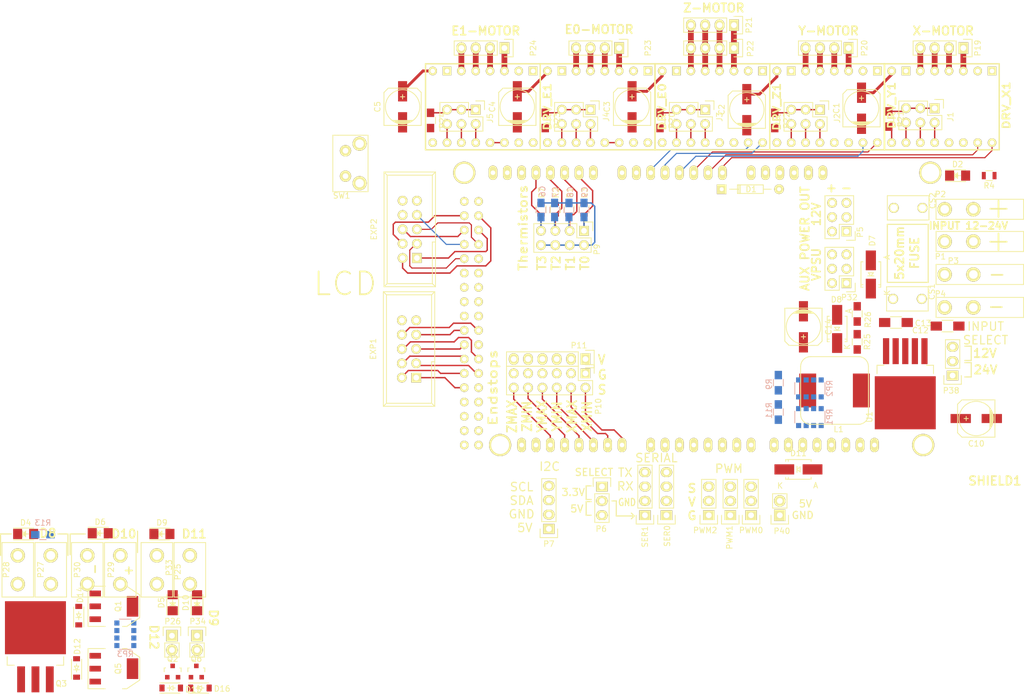
<source format=kicad_pcb>
(kicad_pcb (version 4) (host pcbnew 4.0.2-stable)
  (layers (0 F.Cu signal) (31 B.Cu signal) (34 B.Paste user) (35 F.Paste user) (36 B.SilkS user) (37 F.SilkS user) (38 B.Mask user) (39 F.Mask user) (44 Edge.Cuts user))
  (net 0 "")
  (net 1 GND)
  (net 2 "Net-(SHIELD1-PadRST)")
  (net 3 "Net-(SHIELD1-Pad7)")
  (net 4 "Net-(SHIELD1-PadAREF)")
  (net 5 "Net-(SHIELD1-Pad5V_4)")
  (net 6 "Net-(SHIELD1-Pad5V_5)")
  (net 7 "Net-(SHIELD1-Pad39)")
  (net 8 "Net-(SHIELD1-Pad40)")
  (net 9 "Net-(SHIELD1-Pad42)")
  (net 10 "Net-(SHIELD1-Pad43)")
  (net 11 "Net-(SHIELD1-Pad44)")
  (net 12 "Net-(SHIELD1-Pad45)")
  (net 13 X_STEP)
  (net 14 X_DIR)
  (net 15 X_EN)
  (net 16 THERM0)
  (net 17 +12V)
  (net 18 THERM2)
  (net 19 THERM1)
  (net 20 VCC)
  (net 21 Z_EN)
  (net 22 Y_DIR)
  (net 23 Y_STEP)
  (net 24 Y_EN)
  (net 25 E0_EN)
  (net 26 E0_STEP)
  (net 27 E0_DIR)
  (net 28 E1_EN)
  (net 29 E1_DIR)
  (net 30 E1_STEP)
  (net 31 Z_STEP)
  (net 32 Z_DIR)
  (net 33 "Net-(DRV_E0-Pad3)")
  (net 34 "Net-(DRV_E0-Pad4)")
  (net 35 "Net-(DRV_E0-Pad5)")
  (net 36 "Net-(DRV_E0-Pad6)")
  (net 37 "Net-(DRV_E0-Pad10)")
  (net 38 "Net-(DRV_E0-Pad11)")
  (net 39 "Net-(DRV_E0-Pad12)")
  (net 40 "Net-(DRV_E0-Pad13)")
  (net 41 "Net-(DRV_E1-Pad3)")
  (net 42 "Net-(DRV_E1-Pad4)")
  (net 43 "Net-(DRV_E1-Pad5)")
  (net 44 "Net-(DRV_E1-Pad6)")
  (net 45 "Net-(DRV_E1-Pad10)")
  (net 46 "Net-(DRV_E1-Pad11)")
  (net 47 "Net-(DRV_E1-Pad12)")
  (net 48 "Net-(DRV_E1-Pad13)")
  (net 49 "Net-(DRV_X1-Pad3)")
  (net 50 "Net-(DRV_X1-Pad4)")
  (net 51 "Net-(DRV_X1-Pad5)")
  (net 52 "Net-(DRV_X1-Pad6)")
  (net 53 "Net-(DRV_X1-Pad10)")
  (net 54 "Net-(DRV_X1-Pad11)")
  (net 55 "Net-(DRV_X1-Pad12)")
  (net 56 "Net-(DRV_X1-Pad13)")
  (net 57 "Net-(DRV_Y1-Pad3)")
  (net 58 "Net-(DRV_Y1-Pad4)")
  (net 59 "Net-(DRV_Y1-Pad5)")
  (net 60 "Net-(DRV_Y1-Pad6)")
  (net 61 "Net-(DRV_Y1-Pad10)")
  (net 62 "Net-(DRV_Y1-Pad11)")
  (net 63 "Net-(DRV_Y1-Pad12)")
  (net 64 "Net-(DRV_Y1-Pad13)")
  (net 65 "Net-(DRV_Z1-Pad3)")
  (net 66 "Net-(DRV_Z1-Pad4)")
  (net 67 "Net-(DRV_Z1-Pad5)")
  (net 68 "Net-(DRV_Z1-Pad6)")
  (net 69 "Net-(DRV_Z1-Pad10)")
  (net 70 "Net-(DRV_Z1-Pad11)")
  (net 71 "Net-(DRV_Z1-Pad12)")
  (net 72 "Net-(DRV_Z1-Pad13)")
  (net 73 THERM3)
  (net 74 "Net-(D2-Pad2)")
  (net 75 "Net-(D4-Pad2)")
  (net 76 "Net-(D5-Pad2)")
  (net 77 "Net-(D6-Pad2)")
  (net 78 /MISO)
  (net 79 /SCK)
  (net 80 /MOSI)
  (net 81 "Net-(EXP2-Pad9)")
  (net 82 "Net-(EXP2-Pad10)")
  (net 83 "Net-(Q3-Pad1)")
  (net 84 SDA)
  (net 85 SCL)
  (net 86 X_MIN)
  (net 87 BED_EN)
  (net 88 FAN_EN)
  (net 89 HOTEND_EN)
  (net 90 Y_MIN)
  (net 91 Z_MIN)
  (net 92 X_MAX)
  (net 93 Y_MAX)
  (net 94 Z_MAX)
  (net 95 /AM_VIN)
  (net 96 VAA)
  (net 97 /VAA_IN)
  (net 98 +3V3)
  (net 99 /RX0)
  (net 100 /TX0)
  (net 101 /FB_ADJ)
  (net 102 "Net-(D8-Pad1)")
  (net 103 "Net-(D9-Pad2)")
  (net 104 "Net-(D10-Pad2)")
  (net 105 "Net-(C12-Pad1)")
  (net 106 "Net-(D11-Pad2)")
  (net 107 PWM0)
  (net 108 PWM1)
  (net 109 PWM2)
  (net 110 FET5_EN)
  (net 111 FET4_EN)
  (net 112 FET6_EN)
  (net 113 "Net-(SHIELD1-PadAD15)")
  (net 114 "Net-(SHIELD1-Pad38)")
  (net 115 "Net-(SHIELD1-Pad46)")
  (net 116 /FE1_D)
  (net 117 /HE1_D)
  (net 118 /HE2_D)
  (net 119 /FE2_D)
  (net 120 /HE1_G)
  (net 121 /FE1_G)
  (net 122 /HE2_G)
  (net 123 /FE2_G)
  (net 124 +VPSU)
  (net 125 /SDSS)
  (net 126 /SD_CARD_DET)
  (net 127 LCD_BEEPER)
  (net 128 BTN_ENC)
  (net 129 LCD_EN)
  (net 130 LCD_RS)
  (net 131 LCD_D4)
  (net 132 LCD_D5)
  (net 133 LCD_D6)
  (net 134 LCD_D7)
  (net 135 BTN_EN1)
  (net 136 BTN_EN2)
  (net 137 "Net-(SHIELD1-Pad34)")
  (net 138 KILL_PIN)
  (net 139 "Net-(SHIELD1-Pad2)")
  (net 140 "Net-(SHIELD1-Pad3)")
  (net 141 RX1)
  (net 142 TX1)
  (net 143 "Net-(SHIELD1-Pad26)")
  (net 144 "Net-(P6-Pad2)")
  (module RAMPZ:SPACE_CONN_VERT (layer F.Cu) (at 49.44909 146.316444 270)
    (fp_text reference P27 (at 0.254 4.318 270) (layer F.SilkS))
    (fp_text value CONN_01X02 hide)
    (pad 1 thru_hole circle (at -2.286 2.54 270) (size 2.54 2.54) (drill 1.5748) (layers *.Cu *.Mask F.SilkS) (net 124 +VPSU))
    (pad 2 thru_hole circle (at 2.794 2.54 270) (size 2.54 2.54) (drill 1.5748) (layers *.Cu *.Mask F.SilkS) (net 124 +VPSU))
  )
  (module Resistors_SMD:R_0805 (layer F.Cu) (at 138.684 82.677 270)
    (fp_text reference R1 (at -2.921 -0.127 450) (layer F.SilkS))
    (fp_text value 4.7k hide)
    (pad 1 smd rect (at -0.95 0 270) (size 0.7 1.3) (layers F.Cu F.Paste F.Mask) (net 20 VCC))
    (pad 2 smd rect (at 0.95 0 270) (size 0.7 1.3) (layers F.Cu F.Paste F.Mask) (net 19 THERM1))
  )
  (module Resistors_SMD:R_0805 (layer F.Cu) (at 136.271 82.677 270)
    (fp_text reference R2 (at -2.921 -0.127 450) (layer F.SilkS))
    (fp_text value 4.7k hide)
    (pad 1 smd rect (at -0.95 0 270) (size 0.7 1.3) (layers F.Cu F.Paste F.Mask) (net 20 VCC))
    (pad 2 smd rect (at 0.95 0 270) (size 0.7 1.3) (layers F.Cu F.Paste F.Mask) (net 18 THERM2))
  )
  (module Resistors_SMD:R_0805 (layer F.Cu) (at 141.351 82.677 270)
    (fp_text reference R3 (at -2.921 -0.127 450) (layer F.SilkS))
    (fp_text value 4.7k hide)
    (pad 1 smd rect (at -0.95 0 270) (size 0.7 1.3) (layers F.Cu F.Paste F.Mask) (net 20 VCC))
    (pad 2 smd rect (at 0.95 0 270) (size 0.7 1.3) (layers F.Cu F.Paste F.Mask) (net 16 THERM0))
  )
  (module SWDIP8_.6W:SWDIP8_.6W (layer F.Cu) (at 143.764 64.516 180)
    (fp_text reference DRV_E0 (at -11.43 0 270) (layer F.SilkS) (effects (font (size 1.27 1.524) (thickness 0.3048))))
    (fp_text value POLOLU_A4988 hide)
    (pad 1 thru_hole rect (at -8.89 6.35 180) (size 1.524 1.524) (drill 0.8128) (layers *.Cu *.Mask F.SilkS) (net 1 GND))
    (pad 2 thru_hole circle (at -6.35 6.35 180) (size 1.524 1.524) (drill 0.8128) (layers *.Cu *.Mask F.SilkS) (net 20 VCC))
    (pad 3 thru_hole circle (at -3.81 6.35 180) (size 1.524 1.524) (drill 0.8128) (layers *.Cu *.Mask F.SilkS) (net 33 "Net-(DRV_E0-Pad3)"))
    (pad 4 thru_hole circle (at -1.27 6.35 180) (size 1.524 1.524) (drill 0.8128) (layers *.Cu *.Mask F.SilkS) (net 34 "Net-(DRV_E0-Pad4)"))
    (pad 5 thru_hole circle (at 1.27 6.35 180) (size 1.524 1.524) (drill 0.8128) (layers *.Cu *.Mask F.SilkS) (net 35 "Net-(DRV_E0-Pad5)"))
    (pad 6 thru_hole circle (at 3.81 6.35 180) (size 1.524 1.524) (drill 0.8128) (layers *.Cu *.Mask F.SilkS) (net 36 "Net-(DRV_E0-Pad6)"))
    (pad 7 thru_hole rect (at 6.35 6.35 180) (size 1.524 1.524) (drill 0.8128) (layers *.Cu *.Mask F.SilkS) (net 1 GND))
    (pad 8 thru_hole circle (at 8.89 6.35 180) (size 1.524 1.524) (drill 0.8128) (layers *.Cu *.Mask F.SilkS) (net 124 +VPSU))
    (pad 9 thru_hole circle (at 8.89 -6.35 180) (size 1.524 1.524) (drill 0.8128) (layers *.Cu *.Mask F.SilkS) (net 25 E0_EN))
    (pad 10 thru_hole circle (at 6.35 -6.35 180) (size 1.524 1.524) (drill 0.8128) (layers *.Cu *.Mask F.SilkS) (net 37 "Net-(DRV_E0-Pad10)"))
    (pad 11 thru_hole circle (at 3.81 -6.35 180) (size 1.524 1.524) (drill 0.8128) (layers *.Cu *.Mask F.SilkS) (net 38 "Net-(DRV_E0-Pad11)"))
    (pad 12 thru_hole circle (at 1.27 -6.35 180) (size 1.524 1.524) (drill 0.8128) (layers *.Cu *.Mask F.SilkS) (net 39 "Net-(DRV_E0-Pad12)"))
    (pad 13 thru_hole circle (at -1.27 -6.35 180) (size 1.524 1.524) (drill 0.8128) (layers *.Cu *.Mask F.SilkS) (net 40 "Net-(DRV_E0-Pad13)"))
    (pad 14 thru_hole circle (at -3.81 -6.35 180) (size 1.524 1.524) (drill 0.8128) (layers *.Cu *.Mask F.SilkS) (net 40 "Net-(DRV_E0-Pad13)"))
    (pad 15 thru_hole circle (at -6.35 -6.35 180) (size 1.524 1.524) (drill 0.8128) (layers *.Cu *.Mask F.SilkS) (net 26 E0_STEP))
    (pad 16 thru_hole circle (at -8.89 -6.35 180) (size 1.524 1.524) (drill 0.8128) (layers *.Cu *.Mask F.SilkS) (net 27 E0_DIR))
  )
  (module SWDIP8_.6W:SWDIP8_.6W (layer F.Cu) (at 123.444 64.516 180)
    (fp_text reference DRV_E1 (at -11.43 0 270) (layer F.SilkS) (effects (font (size 1.27 1.524) (thickness 0.3048))))
    (fp_text value POLOLU_A4988 hide)
    (pad 1 thru_hole rect (at -8.89 6.35 180) (size 1.524 1.524) (drill 0.8128) (layers *.Cu *.Mask F.SilkS) (net 1 GND))
    (pad 2 thru_hole circle (at -6.35 6.35 180) (size 1.524 1.524) (drill 0.8128) (layers *.Cu *.Mask F.SilkS) (net 20 VCC))
    (pad 3 thru_hole circle (at -3.81 6.35 180) (size 1.524 1.524) (drill 0.8128) (layers *.Cu *.Mask F.SilkS) (net 41 "Net-(DRV_E1-Pad3)"))
    (pad 4 thru_hole circle (at -1.27 6.35 180) (size 1.524 1.524) (drill 0.8128) (layers *.Cu *.Mask F.SilkS) (net 42 "Net-(DRV_E1-Pad4)"))
    (pad 5 thru_hole circle (at 1.27 6.35 180) (size 1.524 1.524) (drill 0.8128) (layers *.Cu *.Mask F.SilkS) (net 43 "Net-(DRV_E1-Pad5)"))
    (pad 6 thru_hole circle (at 3.81 6.35 180) (size 1.524 1.524) (drill 0.8128) (layers *.Cu *.Mask F.SilkS) (net 44 "Net-(DRV_E1-Pad6)"))
    (pad 7 thru_hole rect (at 6.35 6.35 180) (size 1.524 1.524) (drill 0.8128) (layers *.Cu *.Mask F.SilkS) (net 1 GND))
    (pad 8 thru_hole circle (at 8.89 6.35 180) (size 1.524 1.524) (drill 0.8128) (layers *.Cu *.Mask F.SilkS) (net 124 +VPSU))
    (pad 9 thru_hole circle (at 8.89 -6.35 180) (size 1.524 1.524) (drill 0.8128) (layers *.Cu *.Mask F.SilkS) (net 28 E1_EN))
    (pad 10 thru_hole circle (at 6.35 -6.35 180) (size 1.524 1.524) (drill 0.8128) (layers *.Cu *.Mask F.SilkS) (net 45 "Net-(DRV_E1-Pad10)"))
    (pad 11 thru_hole circle (at 3.81 -6.35 180) (size 1.524 1.524) (drill 0.8128) (layers *.Cu *.Mask F.SilkS) (net 46 "Net-(DRV_E1-Pad11)"))
    (pad 12 thru_hole circle (at 1.27 -6.35 180) (size 1.524 1.524) (drill 0.8128) (layers *.Cu *.Mask F.SilkS) (net 47 "Net-(DRV_E1-Pad12)"))
    (pad 13 thru_hole circle (at -1.27 -6.35 180) (size 1.524 1.524) (drill 0.8128) (layers *.Cu *.Mask F.SilkS) (net 48 "Net-(DRV_E1-Pad13)"))
    (pad 14 thru_hole circle (at -3.81 -6.35 180) (size 1.524 1.524) (drill 0.8128) (layers *.Cu *.Mask F.SilkS) (net 48 "Net-(DRV_E1-Pad13)"))
    (pad 15 thru_hole circle (at -6.35 -6.35 180) (size 1.524 1.524) (drill 0.8128) (layers *.Cu *.Mask F.SilkS) (net 30 E1_STEP))
    (pad 16 thru_hole circle (at -8.89 -6.35 180) (size 1.524 1.524) (drill 0.8128) (layers *.Cu *.Mask F.SilkS) (net 29 E1_DIR))
  )
  (module SWDIP8_.6W:SWDIP8_.6W (layer F.Cu) (at 204.724 64.516 180)
    (fp_text reference DRV_X1 (at -11.43 0.254 270) (layer F.SilkS) (effects (font (size 1.27 1.524) (thickness 0.3048))))
    (fp_text value POLOLU_A4988 hide)
    (pad 1 thru_hole rect (at -8.89 6.35 180) (size 1.524 1.524) (drill 0.8128) (layers *.Cu *.Mask F.SilkS) (net 1 GND))
    (pad 2 thru_hole circle (at -6.35 6.35 180) (size 1.524 1.524) (drill 0.8128) (layers *.Cu *.Mask F.SilkS) (net 20 VCC))
    (pad 3 thru_hole circle (at -3.81 6.35 180) (size 1.524 1.524) (drill 0.8128) (layers *.Cu *.Mask F.SilkS) (net 49 "Net-(DRV_X1-Pad3)"))
    (pad 4 thru_hole circle (at -1.27 6.35 180) (size 1.524 1.524) (drill 0.8128) (layers *.Cu *.Mask F.SilkS) (net 50 "Net-(DRV_X1-Pad4)"))
    (pad 5 thru_hole circle (at 1.27 6.35 180) (size 1.524 1.524) (drill 0.8128) (layers *.Cu *.Mask F.SilkS) (net 51 "Net-(DRV_X1-Pad5)"))
    (pad 6 thru_hole circle (at 3.81 6.35 180) (size 1.524 1.524) (drill 0.8128) (layers *.Cu *.Mask F.SilkS) (net 52 "Net-(DRV_X1-Pad6)"))
    (pad 7 thru_hole rect (at 6.35 6.35 180) (size 1.524 1.524) (drill 0.8128) (layers *.Cu *.Mask F.SilkS) (net 1 GND))
    (pad 8 thru_hole circle (at 8.89 6.35 180) (size 1.524 1.524) (drill 0.8128) (layers *.Cu *.Mask F.SilkS) (net 124 +VPSU))
    (pad 9 thru_hole circle (at 8.89 -6.35 180) (size 1.524 1.524) (drill 0.8128) (layers *.Cu *.Mask F.SilkS) (net 15 X_EN))
    (pad 10 thru_hole circle (at 6.35 -6.35 180) (size 1.524 1.524) (drill 0.8128) (layers *.Cu *.Mask F.SilkS) (net 53 "Net-(DRV_X1-Pad10)"))
    (pad 11 thru_hole circle (at 3.81 -6.35 180) (size 1.524 1.524) (drill 0.8128) (layers *.Cu *.Mask F.SilkS) (net 54 "Net-(DRV_X1-Pad11)"))
    (pad 12 thru_hole circle (at 1.27 -6.35 180) (size 1.524 1.524) (drill 0.8128) (layers *.Cu *.Mask F.SilkS) (net 55 "Net-(DRV_X1-Pad12)"))
    (pad 13 thru_hole circle (at -1.27 -6.35 180) (size 1.524 1.524) (drill 0.8128) (layers *.Cu *.Mask F.SilkS) (net 56 "Net-(DRV_X1-Pad13)"))
    (pad 14 thru_hole circle (at -3.81 -6.35 180) (size 1.524 1.524) (drill 0.8128) (layers *.Cu *.Mask F.SilkS) (net 56 "Net-(DRV_X1-Pad13)"))
    (pad 15 thru_hole circle (at -6.35 -6.35 180) (size 1.524 1.524) (drill 0.8128) (layers *.Cu *.Mask F.SilkS) (net 13 X_STEP))
    (pad 16 thru_hole circle (at -8.89 -6.35 180) (size 1.524 1.524) (drill 0.8128) (layers *.Cu *.Mask F.SilkS) (net 14 X_DIR))
  )
  (module SWDIP8_.6W:SWDIP8_.6W (layer F.Cu) (at 184.404 64.516 180)
    (fp_text reference DRV_Y1 (at -11.43 0.254 270) (layer F.SilkS) (effects (font (size 1.27 1.524) (thickness 0.3048))))
    (fp_text value POLOLU_A4988 hide)
    (pad 1 thru_hole rect (at -8.89 6.35 180) (size 1.524 1.524) (drill 0.8128) (layers *.Cu *.Mask F.SilkS) (net 1 GND))
    (pad 2 thru_hole circle (at -6.35 6.35 180) (size 1.524 1.524) (drill 0.8128) (layers *.Cu *.Mask F.SilkS) (net 20 VCC))
    (pad 3 thru_hole circle (at -3.81 6.35 180) (size 1.524 1.524) (drill 0.8128) (layers *.Cu *.Mask F.SilkS) (net 57 "Net-(DRV_Y1-Pad3)"))
    (pad 4 thru_hole circle (at -1.27 6.35 180) (size 1.524 1.524) (drill 0.8128) (layers *.Cu *.Mask F.SilkS) (net 58 "Net-(DRV_Y1-Pad4)"))
    (pad 5 thru_hole circle (at 1.27 6.35 180) (size 1.524 1.524) (drill 0.8128) (layers *.Cu *.Mask F.SilkS) (net 59 "Net-(DRV_Y1-Pad5)"))
    (pad 6 thru_hole circle (at 3.81 6.35 180) (size 1.524 1.524) (drill 0.8128) (layers *.Cu *.Mask F.SilkS) (net 60 "Net-(DRV_Y1-Pad6)"))
    (pad 7 thru_hole rect (at 6.35 6.35 180) (size 1.524 1.524) (drill 0.8128) (layers *.Cu *.Mask F.SilkS) (net 1 GND))
    (pad 8 thru_hole circle (at 8.89 6.35 180) (size 1.524 1.524) (drill 0.8128) (layers *.Cu *.Mask F.SilkS) (net 124 +VPSU))
    (pad 9 thru_hole circle (at 8.89 -6.35 180) (size 1.524 1.524) (drill 0.8128) (layers *.Cu *.Mask F.SilkS) (net 24 Y_EN))
    (pad 10 thru_hole circle (at 6.35 -6.35 180) (size 1.524 1.524) (drill 0.8128) (layers *.Cu *.Mask F.SilkS) (net 61 "Net-(DRV_Y1-Pad10)"))
    (pad 11 thru_hole circle (at 3.81 -6.35 180) (size 1.524 1.524) (drill 0.8128) (layers *.Cu *.Mask F.SilkS) (net 62 "Net-(DRV_Y1-Pad11)"))
    (pad 12 thru_hole circle (at 1.27 -6.35 180) (size 1.524 1.524) (drill 0.8128) (layers *.Cu *.Mask F.SilkS) (net 63 "Net-(DRV_Y1-Pad12)"))
    (pad 13 thru_hole circle (at -1.27 -6.35 180) (size 1.524 1.524) (drill 0.8128) (layers *.Cu *.Mask F.SilkS) (net 64 "Net-(DRV_Y1-Pad13)"))
    (pad 14 thru_hole circle (at -3.81 -6.35 180) (size 1.524 1.524) (drill 0.8128) (layers *.Cu *.Mask F.SilkS) (net 64 "Net-(DRV_Y1-Pad13)"))
    (pad 15 thru_hole circle (at -6.35 -6.35 180) (size 1.524 1.524) (drill 0.8128) (layers *.Cu *.Mask F.SilkS) (net 23 Y_STEP))
    (pad 16 thru_hole circle (at -8.89 -6.35 180) (size 1.524 1.524) (drill 0.8128) (layers *.Cu *.Mask F.SilkS) (net 22 Y_DIR))
  )
  (module SWDIP8_.6W:SWDIP8_.6W (layer F.Cu) (at 164.084 64.516 180)
    (fp_text reference DRV_Z1 (at -11.43 0 270) (layer F.SilkS) (effects (font (size 1.27 1.524) (thickness 0.3048))))
    (fp_text value POLOLU_A4988 hide)
    (pad 1 thru_hole rect (at -8.89 6.35 180) (size 1.524 1.524) (drill 0.8128) (layers *.Cu *.Mask F.SilkS) (net 1 GND))
    (pad 2 thru_hole circle (at -6.35 6.35 180) (size 1.524 1.524) (drill 0.8128) (layers *.Cu *.Mask F.SilkS) (net 20 VCC))
    (pad 3 thru_hole circle (at -3.81 6.35 180) (size 1.524 1.524) (drill 0.8128) (layers *.Cu *.Mask F.SilkS) (net 65 "Net-(DRV_Z1-Pad3)"))
    (pad 4 thru_hole circle (at -1.27 6.35 180) (size 1.524 1.524) (drill 0.8128) (layers *.Cu *.Mask F.SilkS) (net 66 "Net-(DRV_Z1-Pad4)"))
    (pad 5 thru_hole circle (at 1.27 6.35 180) (size 1.524 1.524) (drill 0.8128) (layers *.Cu *.Mask F.SilkS) (net 67 "Net-(DRV_Z1-Pad5)"))
    (pad 6 thru_hole circle (at 3.81 6.35 180) (size 1.524 1.524) (drill 0.8128) (layers *.Cu *.Mask F.SilkS) (net 68 "Net-(DRV_Z1-Pad6)"))
    (pad 7 thru_hole rect (at 6.35 6.35 180) (size 1.524 1.524) (drill 0.8128) (layers *.Cu *.Mask F.SilkS) (net 1 GND))
    (pad 8 thru_hole circle (at 8.89 6.35 180) (size 1.524 1.524) (drill 0.8128) (layers *.Cu *.Mask F.SilkS) (net 124 +VPSU))
    (pad 9 thru_hole circle (at 8.89 -6.35 180) (size 1.524 1.524) (drill 0.8128) (layers *.Cu *.Mask F.SilkS) (net 21 Z_EN))
    (pad 10 thru_hole circle (at 6.35 -6.35 180) (size 1.524 1.524) (drill 0.8128) (layers *.Cu *.Mask F.SilkS) (net 69 "Net-(DRV_Z1-Pad10)"))
    (pad 11 thru_hole circle (at 3.81 -6.35 180) (size 1.524 1.524) (drill 0.8128) (layers *.Cu *.Mask F.SilkS) (net 70 "Net-(DRV_Z1-Pad11)"))
    (pad 12 thru_hole circle (at 1.27 -6.35 180) (size 1.524 1.524) (drill 0.8128) (layers *.Cu *.Mask F.SilkS) (net 71 "Net-(DRV_Z1-Pad12)"))
    (pad 13 thru_hole circle (at -1.27 -6.35 180) (size 1.524 1.524) (drill 0.8128) (layers *.Cu *.Mask F.SilkS) (net 72 "Net-(DRV_Z1-Pad13)"))
    (pad 14 thru_hole circle (at -3.81 -6.35 180) (size 1.524 1.524) (drill 0.8128) (layers *.Cu *.Mask F.SilkS) (net 72 "Net-(DRV_Z1-Pad13)"))
    (pad 15 thru_hole circle (at -6.35 -6.35 180) (size 1.524 1.524) (drill 0.8128) (layers *.Cu *.Mask F.SilkS) (net 31 Z_STEP))
    (pad 16 thru_hole circle (at -8.89 -6.35 180) (size 1.524 1.524) (drill 0.8128) (layers *.Cu *.Mask F.SilkS) (net 32 Z_DIR))
  )
  (module Capacitors_SMD:c_elec_6.3x5.8 (layer F.Cu) (at 190.5 64.77 90)
    (fp_text reference C1 (at 0 -4.445 90) (layer F.SilkS))
    (fp_text value 100UF)
    (pad 1 smd rect (at 2.75082 0 90) (size 3.59918 1.6002) (layers F.Cu F.Paste F.Mask) (net 124 +VPSU))
    (pad 2 smd rect (at -2.75082 0 90) (size 3.59918 1.6002) (layers F.Cu F.Paste F.Mask) (net 1 GND))
  )
  (module Capacitors_SMD:c_elec_6.3x5.8 (layer F.Cu) (at 170.18 65.024 90)
    (fp_text reference C2 (at 0 -4.445 90) (layer F.SilkS))
    (fp_text value 100UF)
    (pad 1 smd rect (at 2.75082 0 90) (size 3.59918 1.6002) (layers F.Cu F.Paste F.Mask) (net 124 +VPSU))
    (pad 2 smd rect (at -2.75082 0 90) (size 3.59918 1.6002) (layers F.Cu F.Paste F.Mask) (net 1 GND))
  )
  (module Capacitors_SMD:c_elec_6.3x5.8 (layer F.Cu) (at 149.86 64.516 90)
    (fp_text reference C3 (at 0 -4.445 90) (layer F.SilkS))
    (fp_text value 100UF)
    (pad 1 smd rect (at 2.75082 0 90) (size 3.59918 1.6002) (layers F.Cu F.Paste F.Mask) (net 124 +VPSU))
    (pad 2 smd rect (at -2.75082 0 90) (size 3.59918 1.6002) (layers F.Cu F.Paste F.Mask) (net 1 GND))
  )
  (module Capacitors_SMD:c_elec_6.3x5.8 (layer F.Cu) (at 129.54 64.516 90)
    (fp_text reference C4 (at 0 -4.445 90) (layer F.SilkS))
    (fp_text value 100UF)
    (pad 1 smd rect (at 2.75082 0 90) (size 3.59918 1.6002) (layers F.Cu F.Paste F.Mask) (net 124 +VPSU))
    (pad 2 smd rect (at -2.75082 0 90) (size 3.59918 1.6002) (layers F.Cu F.Paste F.Mask) (net 1 GND))
  )
  (module Capacitors_SMD:c_elec_6.3x5.8 (layer F.Cu) (at 109.22 64.516 90)
    (fp_text reference C5 (at 0 -4.445 90) (layer F.SilkS))
    (fp_text value 100UF)
    (pad 1 smd rect (at 2.75082 0 90) (size 3.59918 1.6002) (layers F.Cu F.Paste F.Mask) (net 124 +VPSU))
    (pad 2 smd rect (at -2.75082 0 90) (size 3.59918 1.6002) (layers F.Cu F.Paste F.Mask) (net 1 GND))
  )
  (module Capacitors_SMD:C_0805_HandSoldering (layer B.Cu) (at 133.731 82.804 90)
    (fp_text reference C6 (at 3.302 0.254 90) (layer B.SilkS) (effects (justify mirror)))
    (fp_text value .1UF)
    (pad 1 smd rect (at -1.25 0 90) (size 1.5 1.25) (layers B.Cu B.Paste B.Mask) (net 73 THERM3))
    (pad 2 smd rect (at 1.25 0 90) (size 1.5 1.25) (layers B.Cu B.Paste B.Mask) (net 1 GND))
  )
  (module Capacitors_SMD:C_0805_HandSoldering (layer B.Cu) (at 136.144 82.804 90)
    (fp_text reference C7 (at 3.175 0.127 90) (layer B.SilkS) (effects (justify mirror)))
    (fp_text value .1UF)
    (pad 1 smd rect (at -1.25 0 90) (size 1.5 1.25) (layers B.Cu B.Paste B.Mask) (net 18 THERM2))
    (pad 2 smd rect (at 1.25 0 90) (size 1.5 1.25) (layers B.Cu B.Paste B.Mask) (net 1 GND))
  )
  (module Capacitors_SMD:C_0805_HandSoldering (layer B.Cu) (at 138.684 82.804 90)
    (fp_text reference C8 (at 3.175 0.254 90) (layer B.SilkS) (effects (justify mirror)))
    (fp_text value .1UF)
    (pad 1 smd rect (at -1.25 0 90) (size 1.5 1.25) (layers B.Cu B.Paste B.Mask) (net 19 THERM1))
    (pad 2 smd rect (at 1.25 0 90) (size 1.5 1.25) (layers B.Cu B.Paste B.Mask) (net 1 GND))
  )
  (module Capacitors_SMD:C_0805_HandSoldering (layer B.Cu) (at 141.351 82.804 90)
    (fp_text reference C9 (at 3.175 0.127 90) (layer B.SilkS) (effects (justify mirror)))
    (fp_text value .1UF)
    (pad 1 smd rect (at -1.25 0 90) (size 1.5 1.25) (layers B.Cu B.Paste B.Mask) (net 16 THERM0))
    (pad 2 smd rect (at 1.25 0 90) (size 1.5 1.25) (layers B.Cu B.Paste B.Mask) (net 1 GND))
  )
  (module Diodes_ThroughHole:Diode_DO-35_SOD27_Horizontal_RM10 (layer F.Cu) (at 165.735 79.121)
    (fp_text reference D1 (at 5.207 0) (layer F.SilkS))
    (fp_text value D hide)
    (pad 2 thru_hole circle (at 10.16052 -0.00254 180) (size 1.69926 1.69926) (drill 0.70104) (layers *.Cu *.Mask F.SilkS) (net 17 +12V))
    (pad 1 thru_hole rect (at 0.00052 -0.00254 180) (size 1.69926 1.69926) (drill 0.70104) (layers *.Cu *.Mask F.SilkS) (net 95 /AM_VIN))
  )
  (module TO_SOT_Packages_SMD:SOT-223 (layer F.Cu) (at 58.085091 153.047443 270)
    (fp_text reference Q1 (at 0 -0.762 270) (layer F.SilkS))
    (fp_text value IRFL024ZPbF hide)
    (pad 4 smd rect (at 0 -3.302 270) (size 3.6576 2.032) (layers F.Cu F.Paste F.Mask) (net 117 /HE1_D))
    (pad 2 smd rect (at 0 3.302 270) (size 1.016 2.032) (layers F.Cu F.Paste F.Mask) (net 117 /HE1_D))
    (pad 3 smd rect (at 2.286 3.302 270) (size 1.016 2.032) (layers F.Cu F.Paste F.Mask) (net 1 GND))
    (pad 1 smd rect (at -2.286 3.302 270) (size 1.016 2.032) (layers F.Cu F.Paste F.Mask) (net 120 /HE1_G))
  )
  (module Resistors_SMD:R_0805 (layer F.Cu) (at 213.106 76.708 180)
    (fp_text reference R4 (at 0 -1.778 180) (layer F.SilkS))
    (fp_text value 4.7k)
    (pad 1 smd rect (at -0.95 0 180) (size 0.7 1.3) (layers F.Cu F.Paste F.Mask) (net 17 +12V))
    (pad 2 smd rect (at 0.95 0 180) (size 0.7 1.3) (layers F.Cu F.Paste F.Mask) (net 74 "Net-(D2-Pad2)"))
  )
  (module Resistors_SMD:R_0805 (layer F.Cu) (at 133.731 82.677 270)
    (fp_text reference R7 (at -2.921 -0.127 450) (layer F.SilkS))
    (fp_text value 4.7k hide)
    (pad 1 smd rect (at -0.95 0 270) (size 0.7 1.3) (layers F.Cu F.Paste F.Mask) (net 20 VCC))
    (pad 2 smd rect (at 0.95 0 270) (size 0.7 1.3) (layers F.Cu F.Paste F.Mask) (net 73 THERM3))
  )
  (module Resistors_SMD:R_0805_HandSoldering (layer B.Cu) (at 175.768 113.411 90)
    (fp_text reference R11 (at -4.953 -1.651 270) (layer B.SilkS) (effects (justify mirror)))
    (fp_text value 100K hide)
    (pad 1 smd rect (at -1.35 0 90) (size 1.5 1.3) (layers B.Cu B.Paste B.Mask) (net 83 "Net-(Q3-Pad1)"))
    (pad 2 smd rect (at 1.35 0 90) (size 1.5 1.3) (layers B.Cu B.Paste B.Mask) (net 1 GND))
  )
  (module Resistors_SMD:R_0805_HandSoldering (layer B.Cu) (at 175.768 118.618 270)
    (fp_text reference R9 (at -4.953 1.651 450) (layer B.SilkS) (effects (justify mirror)))
    (fp_text value 10 hide)
    (pad 1 smd rect (at -1.35 0 270) (size 1.5 1.3) (layers B.Cu B.Paste B.Mask) (net 83 "Net-(Q3-Pad1)"))
    (pad 2 smd rect (at 1.35 0 270) (size 1.5 1.3) (layers B.Cu B.Paste B.Mask) (net 87 BED_EN))
  )
  (module Pin_Headers:Pin_Header_Straight_2x03 (layer F.Cu) (at 203.454 64.77 270)
    (fp_text reference J1 (at 1.524 -2.794 270) (layer F.SilkS))
    (fp_text value CONN_02X03 hide)
    (pad 1 thru_hole rect (at 0 0 270) (size 1.7272 1.7272) (drill 1.016) (layers *.Cu *.Mask F.SilkS) (net 20 VCC))
    (pad 2 thru_hole oval (at 2.54 0 270) (size 1.7272 1.7272) (drill 1.016) (layers *.Cu *.Mask F.SilkS) (net 55 "Net-(DRV_X1-Pad12)"))
    (pad 3 thru_hole oval (at 0 2.54 270) (size 1.7272 1.7272) (drill 1.016) (layers *.Cu *.Mask F.SilkS) (net 20 VCC))
    (pad 4 thru_hole oval (at 2.54 2.54 270) (size 1.7272 1.7272) (drill 1.016) (layers *.Cu *.Mask F.SilkS) (net 54 "Net-(DRV_X1-Pad11)"))
    (pad 5 thru_hole oval (at 0 5.08 270) (size 1.7272 1.7272) (drill 1.016) (layers *.Cu *.Mask F.SilkS) (net 20 VCC))
    (pad 6 thru_hole oval (at 2.54 5.08 270) (size 1.7272 1.7272) (drill 1.016) (layers *.Cu *.Mask F.SilkS) (net 53 "Net-(DRV_X1-Pad10)"))
  )
  (module Pin_Headers:Pin_Header_Straight_2x03 (layer F.Cu) (at 183.134 65.024 270)
    (fp_text reference J2 (at 1.524 -3.048 270) (layer F.SilkS))
    (fp_text value CONN_02X03 hide)
    (pad 1 thru_hole rect (at 0 0 270) (size 1.7272 1.7272) (drill 1.016) (layers *.Cu *.Mask F.SilkS) (net 20 VCC))
    (pad 2 thru_hole oval (at 2.54 0 270) (size 1.7272 1.7272) (drill 1.016) (layers *.Cu *.Mask F.SilkS) (net 63 "Net-(DRV_Y1-Pad12)"))
    (pad 3 thru_hole oval (at 0 2.54 270) (size 1.7272 1.7272) (drill 1.016) (layers *.Cu *.Mask F.SilkS) (net 20 VCC))
    (pad 4 thru_hole oval (at 2.54 2.54 270) (size 1.7272 1.7272) (drill 1.016) (layers *.Cu *.Mask F.SilkS) (net 62 "Net-(DRV_Y1-Pad11)"))
    (pad 5 thru_hole oval (at 0 5.08 270) (size 1.7272 1.7272) (drill 1.016) (layers *.Cu *.Mask F.SilkS) (net 20 VCC))
    (pad 6 thru_hole oval (at 2.54 5.08 270) (size 1.7272 1.7272) (drill 1.016) (layers *.Cu *.Mask F.SilkS) (net 61 "Net-(DRV_Y1-Pad10)"))
  )
  (module Pin_Headers:Pin_Header_Straight_2x03 (layer F.Cu) (at 162.814 65.024 270)
    (fp_text reference J3 (at 1.27 -2.54 270) (layer F.SilkS))
    (fp_text value CONN_02X03 hide)
    (pad 1 thru_hole rect (at 0 0 270) (size 1.7272 1.7272) (drill 1.016) (layers *.Cu *.Mask F.SilkS) (net 20 VCC))
    (pad 2 thru_hole oval (at 2.54 0 270) (size 1.7272 1.7272) (drill 1.016) (layers *.Cu *.Mask F.SilkS) (net 71 "Net-(DRV_Z1-Pad12)"))
    (pad 3 thru_hole oval (at 0 2.54 270) (size 1.7272 1.7272) (drill 1.016) (layers *.Cu *.Mask F.SilkS) (net 20 VCC))
    (pad 4 thru_hole oval (at 2.54 2.54 270) (size 1.7272 1.7272) (drill 1.016) (layers *.Cu *.Mask F.SilkS) (net 70 "Net-(DRV_Z1-Pad11)"))
    (pad 5 thru_hole oval (at 0 5.08 270) (size 1.7272 1.7272) (drill 1.016) (layers *.Cu *.Mask F.SilkS) (net 20 VCC))
    (pad 6 thru_hole oval (at 2.54 5.08 270) (size 1.7272 1.7272) (drill 1.016) (layers *.Cu *.Mask F.SilkS) (net 69 "Net-(DRV_Z1-Pad10)"))
  )
  (module Pin_Headers:Pin_Header_Straight_2x03 (layer F.Cu) (at 142.494 65.024 270)
    (fp_text reference J4 (at 1.27 -2.794 270) (layer F.SilkS))
    (fp_text value CONN_02X03 hide)
    (pad 1 thru_hole rect (at 0 0 270) (size 1.7272 1.7272) (drill 1.016) (layers *.Cu *.Mask F.SilkS) (net 20 VCC))
    (pad 2 thru_hole oval (at 2.54 0 270) (size 1.7272 1.7272) (drill 1.016) (layers *.Cu *.Mask F.SilkS) (net 39 "Net-(DRV_E0-Pad12)"))
    (pad 3 thru_hole oval (at 0 2.54 270) (size 1.7272 1.7272) (drill 1.016) (layers *.Cu *.Mask F.SilkS) (net 20 VCC))
    (pad 4 thru_hole oval (at 2.54 2.54 270) (size 1.7272 1.7272) (drill 1.016) (layers *.Cu *.Mask F.SilkS) (net 38 "Net-(DRV_E0-Pad11)"))
    (pad 5 thru_hole oval (at 0 5.08 270) (size 1.7272 1.7272) (drill 1.016) (layers *.Cu *.Mask F.SilkS) (net 20 VCC))
    (pad 6 thru_hole oval (at 2.54 5.08 270) (size 1.7272 1.7272) (drill 1.016) (layers *.Cu *.Mask F.SilkS) (net 37 "Net-(DRV_E0-Pad10)"))
  )
  (module Pin_Headers:Pin_Header_Straight_2x03 (layer F.Cu) (at 122.174 65.024 270)
    (fp_text reference J5 (at 1.524 -2.54 270) (layer F.SilkS))
    (fp_text value CONN_02X03 hide)
    (pad 1 thru_hole rect (at 0 0 270) (size 1.7272 1.7272) (drill 1.016) (layers *.Cu *.Mask F.SilkS) (net 20 VCC))
    (pad 2 thru_hole oval (at 2.54 0 270) (size 1.7272 1.7272) (drill 1.016) (layers *.Cu *.Mask F.SilkS) (net 47 "Net-(DRV_E1-Pad12)"))
    (pad 3 thru_hole oval (at 0 2.54 270) (size 1.7272 1.7272) (drill 1.016) (layers *.Cu *.Mask F.SilkS) (net 20 VCC))
    (pad 4 thru_hole oval (at 2.54 2.54 270) (size 1.7272 1.7272) (drill 1.016) (layers *.Cu *.Mask F.SilkS) (net 46 "Net-(DRV_E1-Pad11)"))
    (pad 5 thru_hole oval (at 0 5.08 270) (size 1.7272 1.7272) (drill 1.016) (layers *.Cu *.Mask F.SilkS) (net 20 VCC))
    (pad 6 thru_hole oval (at 2.54 5.08 270) (size 1.7272 1.7272) (drill 1.016) (layers *.Cu *.Mask F.SilkS) (net 45 "Net-(DRV_E1-Pad10)"))
  )
  (module RAMPZ:SPADE_CONN_RT (layer F.Cu) (at 210.312 83.312)
    (fp_text reference P1 (at -5.842 7.747) (layer F.SilkS))
    (fp_text value 36-4966-ND hide)
    (pad 2 thru_hole circle (at -5.08 5.08) (size 2.54 2.54) (drill 1.524) (layers *.Cu *.Mask F.SilkS) (net 97 /VAA_IN))
    (pad 1 thru_hole circle (at 0 5.08) (size 2.54 2.54) (drill 1.524) (layers *.Cu *.Mask F.SilkS) (net 97 /VAA_IN))
  )
  (module RAMPZ:SPADE_CONN_RT (layer F.Cu) (at 210.312 77.597)
    (fp_text reference P2 (at -5.842 2.413) (layer F.SilkS))
    (fp_text value 36-4966-ND hide)
    (pad 2 thru_hole circle (at -5.08 5.08) (size 2.54 2.54) (drill 1.524) (layers *.Cu *.Mask F.SilkS) (net 97 /VAA_IN))
    (pad 1 thru_hole circle (at 0 5.08) (size 2.54 2.54) (drill 1.524) (layers *.Cu *.Mask F.SilkS) (net 97 /VAA_IN))
  )
  (module RAMPZ:SPADE_CONN_RT (layer F.Cu) (at 210.312 89.154)
    (fp_text reference P3 (at -3.556 2.667) (layer F.SilkS))
    (fp_text value 36-4966-ND hide)
    (pad 2 thru_hole circle (at -5.08 5.08) (size 2.54 2.54) (drill 1.524) (layers *.Cu *.Mask F.SilkS) (net 1 GND))
    (pad 1 thru_hole circle (at 0 5.08) (size 2.54 2.54) (drill 1.524) (layers *.Cu *.Mask F.SilkS) (net 1 GND))
  )
  (module RAMPZ:SPADE_CONN_RT (layer F.Cu) (at 210.312 94.996)
    (fp_text reference P4 (at -5.842 2.667) (layer F.SilkS))
    (fp_text value 36-4966-ND hide)
    (pad 2 thru_hole circle (at -5.08 5.08) (size 2.54 2.54) (drill 1.524) (layers *.Cu *.Mask F.SilkS) (net 1 GND))
    (pad 1 thru_hole circle (at 0 5.08) (size 2.54 2.54) (drill 1.524) (layers *.Cu *.Mask F.SilkS) (net 1 GND))
  )
  (module Pin_Headers:Pin_Header_Straight_1x04 (layer F.Cu) (at 135.128 139.319 180)
    (fp_text reference P7 (at 0 -2.667 180) (layer F.SilkS))
    (fp_text value CONN_01X04 hide)
    (pad 1 thru_hole rect (at 0 0 180) (size 2.032 1.7272) (drill 1.016) (layers *.Cu *.Mask F.SilkS) (net 20 VCC))
    (pad 2 thru_hole oval (at 0 2.54 180) (size 2.032 1.7272) (drill 1.016) (layers *.Cu *.Mask F.SilkS) (net 1 GND))
    (pad 3 thru_hole oval (at 0 5.08 180) (size 2.032 1.7272) (drill 1.016) (layers *.Cu *.Mask F.SilkS) (net 84 SDA))
    (pad 4 thru_hole oval (at 0 7.62 180) (size 2.032 1.7272) (drill 1.016) (layers *.Cu *.Mask F.SilkS) (net 85 SCL))
  )
  (module Pin_Headers:Pin_Header_Straight_1x04 (layer F.Cu) (at 208.534 54.102 270)
    (fp_text reference P19 (at 0 -2.54 270) (layer F.SilkS))
    (fp_text value CONN_01X04 hide)
    (pad 1 thru_hole rect (at 0 0 270) (size 2.032 1.7272) (drill 1.016) (layers *.Cu *.Mask F.SilkS) (net 49 "Net-(DRV_X1-Pad3)"))
    (pad 2 thru_hole oval (at 0 2.54 270) (size 2.032 1.7272) (drill 1.016) (layers *.Cu *.Mask F.SilkS) (net 50 "Net-(DRV_X1-Pad4)"))
    (pad 3 thru_hole oval (at 0 5.08 270) (size 2.032 1.7272) (drill 1.016) (layers *.Cu *.Mask F.SilkS) (net 51 "Net-(DRV_X1-Pad5)"))
    (pad 4 thru_hole oval (at 0 7.62 270) (size 2.032 1.7272) (drill 1.016) (layers *.Cu *.Mask F.SilkS) (net 52 "Net-(DRV_X1-Pad6)"))
  )
  (module Pin_Headers:Pin_Header_Straight_1x04 (layer F.Cu) (at 188.214 54.102 270)
    (fp_text reference P20 (at 0 -2.794 270) (layer F.SilkS))
    (fp_text value CONN_01X04 hide)
    (pad 1 thru_hole rect (at 0 0 270) (size 2.032 1.7272) (drill 1.016) (layers *.Cu *.Mask F.SilkS) (net 57 "Net-(DRV_Y1-Pad3)"))
    (pad 2 thru_hole oval (at 0 2.54 270) (size 2.032 1.7272) (drill 1.016) (layers *.Cu *.Mask F.SilkS) (net 58 "Net-(DRV_Y1-Pad4)"))
    (pad 3 thru_hole oval (at 0 5.08 270) (size 2.032 1.7272) (drill 1.016) (layers *.Cu *.Mask F.SilkS) (net 59 "Net-(DRV_Y1-Pad5)"))
    (pad 4 thru_hole oval (at 0 7.62 270) (size 2.032 1.7272) (drill 1.016) (layers *.Cu *.Mask F.SilkS) (net 60 "Net-(DRV_Y1-Pad6)"))
  )
  (module Pin_Headers:Pin_Header_Straight_1x04 (layer F.Cu) (at 167.894 50.038 270)
    (fp_text reference P21 (at 0 -2.667 270) (layer F.SilkS))
    (fp_text value CONN_01X04 hide)
    (pad 1 thru_hole rect (at 0 0 270) (size 2.032 1.7272) (drill 1.016) (layers *.Cu *.Mask F.SilkS) (net 65 "Net-(DRV_Z1-Pad3)"))
    (pad 2 thru_hole oval (at 0 2.54 270) (size 2.032 1.7272) (drill 1.016) (layers *.Cu *.Mask F.SilkS) (net 66 "Net-(DRV_Z1-Pad4)"))
    (pad 3 thru_hole oval (at 0 5.08 270) (size 2.032 1.7272) (drill 1.016) (layers *.Cu *.Mask F.SilkS) (net 67 "Net-(DRV_Z1-Pad5)"))
    (pad 4 thru_hole oval (at 0 7.62 270) (size 2.032 1.7272) (drill 1.016) (layers *.Cu *.Mask F.SilkS) (net 68 "Net-(DRV_Z1-Pad6)"))
  )
  (module Pin_Headers:Pin_Header_Straight_1x04 (layer F.Cu) (at 167.894 54.102 270)
    (fp_text reference P22 (at 0.127 -2.921 270) (layer F.SilkS))
    (fp_text value CONN_01X04 hide)
    (pad 1 thru_hole rect (at 0 0 270) (size 2.032 1.7272) (drill 1.016) (layers *.Cu *.Mask F.SilkS) (net 65 "Net-(DRV_Z1-Pad3)"))
    (pad 2 thru_hole oval (at 0 2.54 270) (size 2.032 1.7272) (drill 1.016) (layers *.Cu *.Mask F.SilkS) (net 66 "Net-(DRV_Z1-Pad4)"))
    (pad 3 thru_hole oval (at 0 5.08 270) (size 2.032 1.7272) (drill 1.016) (layers *.Cu *.Mask F.SilkS) (net 67 "Net-(DRV_Z1-Pad5)"))
    (pad 4 thru_hole oval (at 0 7.62 270) (size 2.032 1.7272) (drill 1.016) (layers *.Cu *.Mask F.SilkS) (net 68 "Net-(DRV_Z1-Pad6)"))
  )
  (module Pin_Headers:Pin_Header_Straight_1x04 (layer F.Cu) (at 147.574 54.102 270)
    (fp_text reference P23 (at 0 -5.1 270) (layer F.SilkS))
    (fp_text value CONN_01X04 hide)
    (pad 1 thru_hole rect (at 0 0 270) (size 2.032 1.7272) (drill 1.016) (layers *.Cu *.Mask F.SilkS) (net 33 "Net-(DRV_E0-Pad3)"))
    (pad 2 thru_hole oval (at 0 2.54 270) (size 2.032 1.7272) (drill 1.016) (layers *.Cu *.Mask F.SilkS) (net 34 "Net-(DRV_E0-Pad4)"))
    (pad 3 thru_hole oval (at 0 5.08 270) (size 2.032 1.7272) (drill 1.016) (layers *.Cu *.Mask F.SilkS) (net 35 "Net-(DRV_E0-Pad5)"))
    (pad 4 thru_hole oval (at 0 7.62 270) (size 2.032 1.7272) (drill 1.016) (layers *.Cu *.Mask F.SilkS) (net 36 "Net-(DRV_E0-Pad6)"))
  )
  (module Pin_Headers:Pin_Header_Straight_1x04 (layer F.Cu) (at 127.254 54.102 270)
    (fp_text reference P24 (at 0 -5.1 270) (layer F.SilkS))
    (fp_text value CONN_01X04 hide)
    (pad 1 thru_hole rect (at 0 0 270) (size 2.032 1.7272) (drill 1.016) (layers *.Cu *.Mask F.SilkS) (net 41 "Net-(DRV_E1-Pad3)"))
    (pad 2 thru_hole oval (at 0 2.54 270) (size 2.032 1.7272) (drill 1.016) (layers *.Cu *.Mask F.SilkS) (net 42 "Net-(DRV_E1-Pad4)"))
    (pad 3 thru_hole oval (at 0 5.08 270) (size 2.032 1.7272) (drill 1.016) (layers *.Cu *.Mask F.SilkS) (net 43 "Net-(DRV_E1-Pad5)"))
    (pad 4 thru_hole oval (at 0 7.62 270) (size 2.032 1.7272) (drill 1.016) (layers *.Cu *.Mask F.SilkS) (net 44 "Net-(DRV_E1-Pad6)"))
  )
  (module Pin_Headers:Pin_Header_Straight_1x02 (layer F.Cu) (at 68.372091 158.254443)
    (fp_text reference P26 (at 0.127 -2.54) (layer F.SilkS))
    (fp_text value CONN_01X02 hide)
    (pad 1 thru_hole rect (at 0 0) (size 2.032 2.032) (drill 1.016) (layers *.Cu *.Mask F.SilkS) (net 17 +12V))
    (pad 2 thru_hole oval (at 0 2.54) (size 2.032 2.032) (drill 1.016) (layers *.Cu *.Mask F.SilkS) (net 116 /FE1_D))
  )
  (module RAMPZ:SPACE_CONN_VERT (layer F.Cu) (at 43.607091 146.316444 270)
    (fp_text reference P28 (at 0.254 4.572 270) (layer F.SilkS))
    (fp_text value CONN_01X02 hide)
    (pad 1 thru_hole circle (at -2.286 2.54 270) (size 2.54 2.54) (drill 1.5748) (layers *.Cu *.Mask F.SilkS) (net 106 "Net-(D11-Pad2)"))
    (pad 2 thru_hole circle (at 2.794 2.54 270) (size 2.54 2.54) (drill 1.5748) (layers *.Cu *.Mask F.SilkS) (net 106 "Net-(D11-Pad2)"))
  )
  (module RAMPZ:SPACE_CONN_VERT (layer F.Cu) (at 56.688091 146.824443 90)
    (fp_text reference P29 (at 0.254 0.889 90) (layer F.SilkS))
    (fp_text value CONN_01X02 hide)
    (pad 1 thru_hole circle (at -2.286 2.54 90) (size 2.54 2.54) (drill 1.5748) (layers *.Cu *.Mask F.SilkS) (net 124 +VPSU))
    (pad 2 thru_hole circle (at 2.794 2.54 90) (size 2.54 2.54) (drill 1.5748) (layers *.Cu *.Mask F.SilkS) (net 124 +VPSU))
  )
  (module RAMPZ:SPACE_CONN_VERT (layer F.Cu) (at 50.846091 146.824443 90)
    (fp_text reference P30 (at 0.254 0.762 90) (layer F.SilkS))
    (fp_text value CONN_01X02 hide)
    (pad 1 thru_hole circle (at -2.286 2.54 90) (size 2.54 2.54) (drill 1.5748) (layers *.Cu *.Mask F.SilkS) (net 117 /HE1_D))
    (pad 2 thru_hole circle (at 2.794 2.54 90) (size 2.54 2.54) (drill 1.5748) (layers *.Cu *.Mask F.SilkS) (net 117 /HE1_D))
  )
  (module Resistors_SMD:R_0805_HandSoldering (layer B.Cu) (at 45.512091 140.347444 180)
    (fp_text reference R13 (at 0 2.1 180) (layer B.SilkS) (effects (justify mirror)))
    (fp_text value 4.7k hide)
    (pad 1 smd rect (at -1.35 0 180) (size 1.5 1.3) (layers B.Cu B.Paste B.Mask) (net 124 +VPSU))
    (pad 2 smd rect (at 1.35 0 180) (size 1.5 1.3) (layers B.Cu B.Paste B.Mask) (net 75 "Net-(D4-Pad2)"))
  )
  (module Resistors_SMD:R_0805_HandSoldering (layer F.Cu) (at 154.813 66.929 270)
    (fp_text reference R20 (at 0 -2.1 270) (layer F.SilkS))
    (fp_text value 10K)
    (pad 1 smd rect (at -1.35 0 270) (size 1.5 1.3) (layers F.Cu F.Paste F.Mask) (net 20 VCC))
    (pad 2 smd rect (at 1.35 0 270) (size 1.5 1.3) (layers F.Cu F.Paste F.Mask) (net 21 Z_EN))
  )
  (module Resistors_SMD:R_0805_HandSoldering (layer F.Cu) (at 195.326 66.675 270)
    (fp_text reference R21 (at 0 -2.1 270) (layer F.SilkS))
    (fp_text value 10K)
    (pad 1 smd rect (at -1.35 0 270) (size 1.5 1.3) (layers F.Cu F.Paste F.Mask) (net 20 VCC))
    (pad 2 smd rect (at 1.35 0 270) (size 1.5 1.3) (layers F.Cu F.Paste F.Mask) (net 15 X_EN))
  )
  (module Resistors_SMD:R_0805_HandSoldering (layer F.Cu) (at 175.133 66.929 270)
    (fp_text reference R22 (at 0 -2.1 270) (layer F.SilkS))
    (fp_text value 10K)
    (pad 1 smd rect (at -1.35 0 270) (size 1.5 1.3) (layers F.Cu F.Paste F.Mask) (net 20 VCC))
    (pad 2 smd rect (at 1.35 0 270) (size 1.5 1.3) (layers F.Cu F.Paste F.Mask) (net 24 Y_EN))
  )
  (module Resistors_SMD:R_0805_HandSoldering (layer F.Cu) (at 134.493 66.929 270)
    (fp_text reference R23 (at 0 -2.1 270) (layer F.SilkS))
    (fp_text value 10K)
    (pad 1 smd rect (at -1.35 0 270) (size 1.5 1.3) (layers F.Cu F.Paste F.Mask) (net 20 VCC))
    (pad 2 smd rect (at 1.35 0 270) (size 1.5 1.3) (layers F.Cu F.Paste F.Mask) (net 25 E0_EN))
  )
  (module Resistors_SMD:R_0805_HandSoldering (layer F.Cu) (at 114.173 66.929 270)
    (fp_text reference R24 (at 0 -2.1 270) (layer F.SilkS))
    (fp_text value 10K)
    (pad 1 smd rect (at -1.35 0 270) (size 1.5 1.3) (layers F.Cu F.Paste F.Mask) (net 20 VCC))
    (pad 2 smd rect (at 1.35 0 270) (size 1.5 1.3) (layers F.Cu F.Paste F.Mask) (net 28 E1_EN))
  )
  (module Connect:IDC_Header_Straight_10pins (layer F.Cu) (at 111.633 112.522 90)
    (fp_text reference EXP1 (at 5.08 -7.62 90) (layer F.SilkS))
    (fp_text value CONN_02X05 hide)
    (pad 1 thru_hole rect (at 0 0 90) (size 1.7272 1.7272) (drill 1.016) (layers *.Cu *.Mask F.SilkS) (net 127 LCD_BEEPER))
    (pad 2 thru_hole oval (at 0 -2.54 90) (size 1.7272 1.7272) (drill 1.016) (layers *.Cu *.Mask F.SilkS) (net 128 BTN_ENC))
    (pad 3 thru_hole oval (at 2.54 0 90) (size 1.7272 1.7272) (drill 1.016) (layers *.Cu *.Mask F.SilkS) (net 129 LCD_EN))
    (pad 4 thru_hole oval (at 2.54 -2.54 90) (size 1.7272 1.7272) (drill 1.016) (layers *.Cu *.Mask F.SilkS) (net 130 LCD_RS))
    (pad 5 thru_hole oval (at 5.08 0 90) (size 1.7272 1.7272) (drill 1.016) (layers *.Cu *.Mask F.SilkS) (net 131 LCD_D4))
    (pad 6 thru_hole oval (at 5.08 -2.54 90) (size 1.7272 1.7272) (drill 1.016) (layers *.Cu *.Mask F.SilkS) (net 132 LCD_D5))
    (pad 7 thru_hole oval (at 7.62 0 90) (size 1.7272 1.7272) (drill 1.016) (layers *.Cu *.Mask F.SilkS) (net 133 LCD_D6))
    (pad 8 thru_hole oval (at 7.62 -2.54 90) (size 1.7272 1.7272) (drill 1.016) (layers *.Cu *.Mask F.SilkS) (net 134 LCD_D7))
    (pad 9 thru_hole oval (at 10.16 0 90) (size 1.7272 1.7272) (drill 1.016) (layers *.Cu *.Mask F.SilkS) (net 1 GND))
    (pad 10 thru_hole oval (at 10.16 -2.54 90) (size 1.7272 1.7272) (drill 1.016) (layers *.Cu *.Mask F.SilkS) (net 20 VCC))
  )
  (module Connect:IDC_Header_Straight_10pins (layer F.Cu) (at 111.76 91.313 90)
    (fp_text reference EXP2 (at 5.08 -7.62 90) (layer F.SilkS))
    (fp_text value CONN_02X05 hide)
    (pad 1 thru_hole rect (at 0 0 90) (size 1.7272 1.7272) (drill 1.016) (layers *.Cu *.Mask F.SilkS) (net 78 /MISO))
    (pad 2 thru_hole oval (at 0 -2.54 90) (size 1.7272 1.7272) (drill 1.016) (layers *.Cu *.Mask F.SilkS) (net 79 /SCK))
    (pad 3 thru_hole oval (at 2.54 0 90) (size 1.7272 1.7272) (drill 1.016) (layers *.Cu *.Mask F.SilkS) (net 135 BTN_EN1))
    (pad 4 thru_hole oval (at 2.54 -2.54 90) (size 1.7272 1.7272) (drill 1.016) (layers *.Cu *.Mask F.SilkS) (net 125 /SDSS))
    (pad 5 thru_hole oval (at 5.08 0 90) (size 1.7272 1.7272) (drill 1.016) (layers *.Cu *.Mask F.SilkS) (net 136 BTN_EN2))
    (pad 6 thru_hole oval (at 5.08 -2.54 90) (size 1.7272 1.7272) (drill 1.016) (layers *.Cu *.Mask F.SilkS) (net 80 /MOSI))
    (pad 7 thru_hole oval (at 7.62 0 90) (size 1.7272 1.7272) (drill 1.016) (layers *.Cu *.Mask F.SilkS) (net 126 /SD_CARD_DET))
    (pad 8 thru_hole oval (at 7.62 -2.54 90) (size 1.7272 1.7272) (drill 1.016) (layers *.Cu *.Mask F.SilkS) (net 138 KILL_PIN))
    (pad 9 thru_hole oval (at 10.16 0 90) (size 1.7272 1.7272) (drill 1.016) (layers *.Cu *.Mask F.SilkS) (net 81 "Net-(EXP2-Pad9)"))
    (pad 10 thru_hole oval (at 10.16 -2.54 90) (size 1.7272 1.7272) (drill 1.016) (layers *.Cu *.Mask F.SilkS) (net 82 "Net-(EXP2-Pad10)"))
  )
  (module Pin_Headers:Pin_Header_Straight_1x03 (layer F.Cu) (at 144.526 131.826)
    (fp_text reference P6 (at -0.127 7.493) (layer F.SilkS))
    (fp_text value CONN_01X03 hide)
    (pad 1 thru_hole rect (at 0 0) (size 2.032 1.7272) (drill 1.016) (layers *.Cu *.Mask F.SilkS) (net 98 +3V3))
    (pad 2 thru_hole oval (at 0 2.54) (size 2.032 1.7272) (drill 1.016) (layers *.Cu *.Mask F.SilkS) (net 144 "Net-(P6-Pad2)"))
    (pad 3 thru_hole oval (at 0 5.08) (size 2.032 1.7272) (drill 1.016) (layers *.Cu *.Mask F.SilkS) (net 20 VCC))
  )
  (module TO_SOT_Packages_SMD:TO-263-5Lead (layer F.Cu) (at 198.247 107.823 270)
    (fp_text reference U1 (at 11.684 6.35 450) (layer F.SilkS))
    (fp_text value LM2596-ADJ hide)
    (pad 5 smd rect (at 0 3.4 270) (size 4.6 1.1) (layers F.Cu F.Paste F.Mask) (net 1 GND))
    (pad 4 smd rect (at 0 1.7 270) (size 4.6 1.1) (layers F.Cu F.Paste F.Mask) (net 101 /FB_ADJ))
    (pad 2 smd rect (at 0 -1.7 270) (size 4.6 1.1) (layers F.Cu F.Paste F.Mask) (net 102 "Net-(D8-Pad1)"))
    (pad 3 smd rect (at 9.15 0 270) (size 9.4 10.8) (layers F.Cu F.Paste F.Mask) (net 1 GND))
    (pad 3 smd rect (at 0 0 270) (size 4.6 1.1) (layers F.Cu F.Paste F.Mask) (net 1 GND))
    (pad 1 smd rect (at 0 -3.4 270) (size 4.6 1.1) (layers F.Cu F.Paste F.Mask) (net 105 "Net-(C12-Pad1)"))
  )
  (module TO_SOT_Packages_SMD:TO-263-3Lead (layer F.Cu) (at 44.196 165.989 90)
    (fp_text reference Q3 (at -0.762 4.572 180) (layer F.SilkS))
    (fp_text value IRFZ48VS hide)
    (pad 2 smd rect (at 0 0 90) (size 4.6 1.39) (layers F.Cu F.Paste F.Mask) (net 106 "Net-(D11-Pad2)"))
    (pad 4 smd rect (at 9.15 0 90) (size 9.4 10.8) (layers F.Cu F.Paste F.Mask) (net 106 "Net-(D11-Pad2)"))
    (pad 3 smd rect (at 0 2.54 90) (size 4.6 1.39) (layers F.Cu F.Paste F.Mask) (net 1 GND))
    (pad 1 smd rect (at 0 -2.54 90) (size 4.6 1.39) (layers F.Cu F.Paste F.Mask) (net 83 "Net-(Q3-Pad1)"))
  )
  (module RAMPZ:FUSE_CLIP_5x20 (layer F.Cu) (at 203.454 97.282 270)
    (fp_text reference CS1 (at 0 0.5 270) (layer F.SilkS))
    (fp_text value FUSE_CLIP_5x20 hide)
    (pad 1 thru_hole circle (at 1.27 2.286 270) (size 1.778 1.778) (drill 1.27) (layers *.Cu *.Mask F.SilkS) (net 124 +VPSU))
    (pad 2 thru_hole circle (at 1.27 7.366 270) (size 1.778 1.778) (drill 1.27) (layers *.Cu *.Mask F.SilkS) (net 124 +VPSU))
  )
  (module RAMPZ:FUSE_CLIP_5x20 (layer F.Cu) (at 203.581 81.153 270)
    (fp_text reference CS2 (at 0 0.5 270) (layer F.SilkS))
    (fp_text value FUSE_CLIP_5x20 hide)
    (pad 1 thru_hole circle (at 1.27 2.286 270) (size 1.778 1.778) (drill 1.27) (layers *.Cu *.Mask F.SilkS) (net 97 /VAA_IN))
    (pad 2 thru_hole circle (at 1.27 7.366 270) (size 1.778 1.778) (drill 1.27) (layers *.Cu *.Mask F.SilkS) (net 97 /VAA_IN))
  )
  (module Diodes_SMD:SMA_Handsoldering (layer F.Cu) (at 192.151 94.234 90)
    (fp_text reference D7 (at 5.969 0.254 90) (layer F.SilkS))
    (fp_text value SS36)
    (fp_text user K (at -3.25 2.9 90) (layer F.SilkS))
    (fp_text user A (at 3.05 2.85 90) (layer F.SilkS))
    (pad 1 smd rect (at -2.49936 0 90) (size 3.50012 1.80086) (layers F.Cu F.Paste F.Mask) (net 124 +VPSU))
    (pad 2 smd rect (at 2.49936 0 90) (size 3.50012 1.80086) (layers F.Cu F.Paste F.Mask) (net 1 GND))
  )
  (module Capacitors_SMD:C_1206_HandSoldering (layer F.Cu) (at 205.74 103.378)
    (fp_text reference C12 (at -4.826 0.762) (layer F.SilkS))
    (fp_text value .1)
    (pad 1 smd rect (at -2 0) (size 2 1.6) (layers F.Cu F.Paste F.Mask) (net 105 "Net-(C12-Pad1)"))
    (pad 2 smd rect (at 2 0) (size 2 1.6) (layers F.Cu F.Paste F.Mask) (net 1 GND))
  )
  (module Capacitors_SMD:C_1206_HandSoldering (layer F.Cu) (at 196.596 102.743)
    (fp_text reference C13 (at 4.826 0.127) (layer F.SilkS))
    (fp_text value C_Small hide)
    (pad 1 smd rect (at -2 0) (size 2 1.6) (layers F.Cu F.Paste F.Mask) (net 17 +12V))
    (pad 2 smd rect (at 2 0) (size 2 1.6) (layers F.Cu F.Paste F.Mask) (net 101 /FB_ADJ))
  )
  (module Capacitors_SMD:c_elec_6.3x5.8 (layer F.Cu) (at 180.213 103.505 270)
    (fp_text reference C14 (at 0 -4.445 270) (layer F.SilkS))
    (fp_text value 100UF)
    (pad 1 smd rect (at 2.75082 0 270) (size 3.59918 1.6002) (layers F.Cu F.Paste F.Mask) (net 17 +12V))
    (pad 2 smd rect (at -2.75082 0 270) (size 3.59918 1.6002) (layers F.Cu F.Paste F.Mask) (net 1 GND))
  )
  (module Diodes_SMD:SMA_Handsoldering (layer F.Cu) (at 186.182 103.886 90)
    (fp_text reference D8 (at 5.207 -0.127 180) (layer F.SilkS))
    (fp_text value SS36 hide)
    (fp_text user K (at -3.175 1.778 90) (layer F.SilkS))
    (fp_text user A (at 3.175 2.032 90) (layer F.SilkS))
    (pad 1 smd rect (at -2.49936 0 90) (size 3.50012 1.80086) (layers F.Cu F.Paste F.Mask) (net 102 "Net-(D8-Pad1)"))
    (pad 2 smd rect (at 2.49936 0 90) (size 3.50012 1.80086) (layers F.Cu F.Paste F.Mask) (net 1 GND))
  )
  (module Resistors_SMD:R_0805_HandSoldering (layer F.Cu) (at 189.738 106.172 90)
    (fp_text reference R25 (at 0 1.778 270) (layer F.SilkS))
    (fp_text value 40.2K hide)
    (pad 1 smd rect (at -1.35 0 90) (size 1.5 1.3) (layers F.Cu F.Paste F.Mask) (net 17 +12V))
    (pad 2 smd rect (at 1.35 0 90) (size 1.5 1.3) (layers F.Cu F.Paste F.Mask) (net 101 /FB_ADJ))
  )
  (module Resistors_SMD:R_0805_HandSoldering (layer F.Cu) (at 189.738 101.219 90)
    (fp_text reference R26 (at -1.016 1.905 270) (layer F.SilkS))
    (fp_text value 4.7K hide)
    (pad 1 smd rect (at -1.35 0 90) (size 1.5 1.3) (layers F.Cu F.Paste F.Mask) (net 101 /FB_ADJ))
    (pad 2 smd rect (at 1.35 0 90) (size 1.5 1.3) (layers F.Cu F.Paste F.Mask) (net 1 GND))
  )
  (module Pin_Headers:Pin_Header_Straight_2x03 (layer F.Cu) (at 187.833 86.614 180)
    (fp_text reference P5 (at -2.413 -0.127 270) (layer F.SilkS))
    (fp_text value CONN_02X03 hide)
    (pad 1 thru_hole rect (at 0 0 180) (size 1.7272 1.7272) (drill 1.016) (layers *.Cu *.Mask F.SilkS) (net 1 GND))
    (pad 2 thru_hole oval (at 2.54 0 180) (size 1.7272 1.7272) (drill 1.016) (layers *.Cu *.Mask F.SilkS) (net 17 +12V))
    (pad 3 thru_hole oval (at 0 2.54 180) (size 1.7272 1.7272) (drill 1.016) (layers *.Cu *.Mask F.SilkS) (net 1 GND))
    (pad 4 thru_hole oval (at 2.54 2.54 180) (size 1.7272 1.7272) (drill 1.016) (layers *.Cu *.Mask F.SilkS) (net 17 +12V))
    (pad 5 thru_hole oval (at 0 5.08 180) (size 1.7272 1.7272) (drill 1.016) (layers *.Cu *.Mask F.SilkS) (net 1 GND))
    (pad 6 thru_hole oval (at 2.54 5.08 180) (size 1.7272 1.7272) (drill 1.016) (layers *.Cu *.Mask F.SilkS) (net 17 +12V))
  )
  (module Pin_Headers:Pin_Header_Straight_2x03 (layer F.Cu) (at 187.833 95.758 180)
    (fp_text reference P32 (at -0.508 -2.54 360) (layer F.SilkS))
    (fp_text value CONN_02X03 hide)
    (pad 1 thru_hole rect (at 0 0 180) (size 1.7272 1.7272) (drill 1.016) (layers *.Cu *.Mask F.SilkS) (net 1 GND))
    (pad 2 thru_hole oval (at 2.54 0 180) (size 1.7272 1.7272) (drill 1.016) (layers *.Cu *.Mask F.SilkS) (net 124 +VPSU))
    (pad 3 thru_hole oval (at 0 2.54 180) (size 1.7272 1.7272) (drill 1.016) (layers *.Cu *.Mask F.SilkS) (net 1 GND))
    (pad 4 thru_hole oval (at 2.54 2.54 180) (size 1.7272 1.7272) (drill 1.016) (layers *.Cu *.Mask F.SilkS) (net 124 +VPSU))
    (pad 5 thru_hole oval (at 0 5.08 180) (size 1.7272 1.7272) (drill 1.016) (layers *.Cu *.Mask F.SilkS) (net 1 GND))
    (pad 6 thru_hole oval (at 2.54 5.08 180) (size 1.7272 1.7272) (drill 1.016) (layers *.Cu *.Mask F.SilkS) (net 124 +VPSU))
  )
  (module Pin_Headers:Pin_Header_Straight_1x02 (layer F.Cu) (at 72.817089 158.254445)
    (fp_text reference P34 (at 0.127 -2.54 180) (layer F.SilkS))
    (fp_text value CONN_01X02 hide)
    (pad 1 thru_hole rect (at 0 0) (size 2.032 2.032) (drill 1.016) (layers *.Cu *.Mask F.SilkS) (net 17 +12V))
    (pad 2 thru_hole oval (at 0 2.54) (size 2.032 2.032) (drill 1.016) (layers *.Cu *.Mask F.SilkS) (net 119 /FE2_D))
  )
  (module TO_SOT_Packages_SMD:SOT-223 (layer F.Cu) (at 58.085089 164.096444 270)
    (fp_text reference Q5 (at 0 -0.762 270) (layer F.SilkS))
    (fp_text value IRFL024ZPbF hide)
    (pad 4 smd rect (at 0 -3.302 270) (size 3.6576 2.032) (layers F.Cu F.Paste F.Mask) (net 118 /HE2_D))
    (pad 2 smd rect (at 0 3.302 270) (size 1.016 2.032) (layers F.Cu F.Paste F.Mask) (net 118 /HE2_D))
    (pad 3 smd rect (at 2.286 3.302 270) (size 1.016 2.032) (layers F.Cu F.Paste F.Mask) (net 1 GND))
    (pad 1 smd rect (at -2.286 3.302 270) (size 1.016 2.032) (layers F.Cu F.Paste F.Mask) (net 122 /HE2_G))
  )
  (module LEDs:LED_1206 (layer F.Cu) (at 207.518 76.708)
    (fp_text reference D2 (at 0 -2) (layer F.SilkS))
    (fp_text value Led_Small)
    (pad 2 smd rect (at 1.41986 0 180) (size 1.59766 1.80086) (layers F.Cu F.Paste F.Mask) (net 74 "Net-(D2-Pad2)"))
    (pad 1 smd rect (at -1.41986 0 180) (size 1.59766 1.80086) (layers F.Cu F.Paste F.Mask) (net 1 GND))
  )
  (module LEDs:LED_1206 (layer F.Cu) (at 42.464091 140.220444)
    (fp_text reference D4 (at 0 -2) (layer F.SilkS))
    (fp_text value Led_Small hide)
    (pad 2 smd rect (at 1.41986 0 180) (size 1.59766 1.80086) (layers F.Cu F.Paste F.Mask) (net 75 "Net-(D4-Pad2)"))
    (pad 1 smd rect (at -1.41986 0 180) (size 1.59766 1.80086) (layers F.Cu F.Paste F.Mask) (net 106 "Net-(D11-Pad2)"))
  )
  (module LEDs:LED_1206 (layer F.Cu) (at 68.499091 152.412444 90)
    (fp_text reference D5 (at 0 -2 90) (layer F.SilkS))
    (fp_text value Led_Small hide)
    (pad 2 smd rect (at 1.41986 0 270) (size 1.59766 1.80086) (layers F.Cu F.Paste F.Mask) (net 76 "Net-(D5-Pad2)"))
    (pad 1 smd rect (at -1.41986 0 270) (size 1.59766 1.80086) (layers F.Cu F.Paste F.Mask) (net 116 /FE1_D))
  )
  (module LEDs:LED_1206 (layer F.Cu) (at 55.67209 140.093444)
    (fp_text reference D6 (at 0 -2) (layer F.SilkS))
    (fp_text value Led_Small hide)
    (pad 2 smd rect (at 1.41986 0 180) (size 1.59766 1.80086) (layers F.Cu F.Paste F.Mask) (net 77 "Net-(D6-Pad2)"))
    (pad 1 smd rect (at -1.41986 0 180) (size 1.59766 1.80086) (layers F.Cu F.Paste F.Mask) (net 117 /HE1_D))
  )
  (module LEDs:LED_1206 (layer F.Cu) (at 66.59409 140.220444)
    (fp_text reference D9 (at 0 -2) (layer F.SilkS))
    (fp_text value Led_Small hide)
    (pad 2 smd rect (at 1.41986 0 180) (size 1.59766 1.80086) (layers F.Cu F.Paste F.Mask) (net 103 "Net-(D9-Pad2)"))
    (pad 1 smd rect (at -1.41986 0 180) (size 1.59766 1.80086) (layers F.Cu F.Paste F.Mask) (net 118 /HE2_D))
  )
  (module LEDs:LED_1206 (layer F.Cu) (at 72.81709 152.412444 90)
    (fp_text reference D10 (at 0 -2 90) (layer F.SilkS))
    (fp_text value Led_Small hide)
    (pad 2 smd rect (at 1.41986 0 270) (size 1.59766 1.80086) (layers F.Cu F.Paste F.Mask) (net 104 "Net-(D10-Pad2)"))
    (pad 1 smd rect (at -1.41986 0 270) (size 1.59766 1.80086) (layers F.Cu F.Paste F.Mask) (net 119 /FE2_D))
  )
  (module Diodes_SMD:SMA_Handsoldering (layer F.Cu) (at 179.324 128.778)
    (fp_text reference D11 (at 0 -2.85) (layer F.SilkS))
    (fp_text value SS36)
    (fp_text user K (at -3.25 2.9) (layer F.SilkS))
    (fp_text user A (at 3.05 2.85) (layer F.SilkS))
    (pad 1 smd rect (at -2.49936 0) (size 3.50012 1.80086) (layers F.Cu F.Paste F.Mask) (net 124 +VPSU))
    (pad 2 smd rect (at 2.49936 0) (size 3.50012 1.80086) (layers F.Cu F.Paste F.Mask) (net 106 "Net-(D11-Pad2)"))
  )
  (module Pin_Headers:Pin_Header_Straight_1x03 (layer F.Cu) (at 206.629 112.141 180)
    (fp_text reference P38 (at 0.254 -2.667 180) (layer F.SilkS))
    (fp_text value CONN_01X03 hide)
    (pad 1 thru_hole rect (at 0 0 180) (size 2.032 1.7272) (drill 1.016) (layers *.Cu *.Mask F.SilkS) (net 105 "Net-(C12-Pad1)"))
    (pad 2 thru_hole oval (at 0 2.54 180) (size 2.032 1.7272) (drill 1.016) (layers *.Cu *.Mask F.SilkS) (net 124 +VPSU))
    (pad 3 thru_hole oval (at 0 5.08 180) (size 2.032 1.7272) (drill 1.016) (layers *.Cu *.Mask F.SilkS) (net 17 +12V))
  )
  (module Diodes_SMD:SOD-123 (layer F.Cu) (at 73.325091 167.525443)
    (fp_text reference D16 (at 3.937 0.127) (layer F.SilkS))
    (fp_text value MBR0560 hide)
    (pad 1 smd rect (at -1.635 0) (size 0.91 1.22) (layers F.Cu F.Paste F.Mask) (net 17 +12V))
    (pad 2 smd rect (at 1.635 0) (size 0.91 1.22) (layers F.Cu F.Paste F.Mask) (net 119 /FE2_D))
  )
  (module RAMPZ:BSF_RT (layer F.Cu) (at 102.108 74.803 270)
    (fp_text reference SW1 (at 5.461 3.683 540) (layer F.SilkS))
    (fp_text value BSF-3100)
    (pad 1 thru_hole circle (at -2.5 3 270) (size 2 2) (drill 1) (layers *.Cu *.Mask F.SilkS) (net 1 GND))
    (pad 2 thru_hole circle (at 2 3 270) (size 2 2) (drill 1) (layers *.Cu *.Mask F.SilkS) (net 2 "Net-(SHIELD1-PadRST)"))
    (pad 3 thru_hole circle (at -3.75 0.5 270) (size 2.5 2.5) (drill 1.5) (layers *.Cu *.Mask F.SilkS))
    (pad 4 thru_hole circle (at 3.25 0.5 270) (size 2.5 2.5) (drill 1.5) (layers *.Cu *.Mask F.SilkS))
  )
  (module RAMPZ:RH127 (layer F.Cu) (at 188.468 113.792 180)
    (fp_text reference L1 (at 2.032 -7.874 180) (layer F.SilkS))
    (fp_text value 33uH)
    (pad 1 smd rect (at -2 -1 180) (size 3 6) (layers F.Cu F.Paste F.Mask) (net 102 "Net-(D8-Pad1)"))
    (pad 2 smd rect (at 7.5 -1 180) (size 3 6) (layers F.Cu F.Paste F.Mask) (net 17 +12V))
  )
  (module Diodes_SMD:SOD-123 (layer F.Cu) (at 51.48109 163.969444 90)
    (fp_text reference D12 (at 3.81 0.127 90) (layer F.SilkS))
    (fp_text value MBR0560 hide)
    (pad 1 smd rect (at -1.635 0 90) (size 0.91 1.22) (layers F.Cu F.Paste F.Mask) (net 124 +VPSU))
    (pad 2 smd rect (at 1.635 0 90) (size 0.91 1.22) (layers F.Cu F.Paste F.Mask) (net 118 /HE2_D))
  )
  (module Diodes_SMD:SOD-123 (layer F.Cu) (at 68.245091 167.525443)
    (fp_text reference D15 (at 3.937 0.254) (layer F.SilkS))
    (fp_text value MBR0560 hide)
    (pad 1 smd rect (at -1.635 0) (size 0.91 1.22) (layers F.Cu F.Paste F.Mask) (net 17 +12V))
    (pad 2 smd rect (at 1.635 0) (size 0.91 1.22) (layers F.Cu F.Paste F.Mask) (net 116 /FE1_D))
  )
  (module Resistors_SMD:R_Array_Convex_4x1206 (layer B.Cu) (at 181.356 119.507 90)
    (fp_text reference RP1 (at 0 3.5 90) (layer B.SilkS) (effects (justify mirror)))
    (fp_text value YC164-JR-0722RL)
    (pad 1 smd rect (at -1.5 2 90) (size 0.9 0.9) (layers B.Cu B.Paste B.Mask) (net 89 HOTEND_EN))
    (pad 4 smd rect (at -1.5 -2 90) (size 0.9 0.9) (layers B.Cu B.Paste B.Mask) (net 110 FET5_EN))
    (pad 2 smd rect (at -1.5 0.66 90) (size 0.9 0.9) (layers B.Cu B.Paste B.Mask) (net 88 FAN_EN))
    (pad 3 smd rect (at -1.5 -0.66 90) (size 0.9 0.9) (layers B.Cu B.Paste B.Mask) (net 111 FET4_EN))
    (pad 7 smd rect (at 1.5 0.66 90) (size 0.9 0.9) (layers B.Cu B.Paste B.Mask) (net 121 /FE1_G))
    (pad 8 smd rect (at 1.5 2 90) (size 0.9 0.9) (layers B.Cu B.Paste B.Mask) (net 120 /HE1_G))
    (pad 5 smd rect (at 1.5 -2 90) (size 0.9 0.9) (layers B.Cu B.Paste B.Mask) (net 123 /FE2_G))
    (pad 6 smd rect (at 1.5 -0.66 90) (size 0.9 0.9) (layers B.Cu B.Paste B.Mask) (net 122 /HE2_G))
  )
  (module Resistors_SMD:R_Array_Convex_4x1206 (layer B.Cu) (at 181.356 114.427 90)
    (fp_text reference RP2 (at 0 3.5 90) (layer B.SilkS) (effects (justify mirror)))
    (fp_text value YC164-JR-07100KL)
    (pad 1 smd rect (at -1.5 2 90) (size 0.9 0.9) (layers B.Cu B.Paste B.Mask) (net 120 /HE1_G))
    (pad 4 smd rect (at -1.5 -2 90) (size 0.9 0.9) (layers B.Cu B.Paste B.Mask) (net 123 /FE2_G))
    (pad 2 smd rect (at -1.5 0.66 90) (size 0.9 0.9) (layers B.Cu B.Paste B.Mask) (net 121 /FE1_G))
    (pad 3 smd rect (at -1.5 -0.66 90) (size 0.9 0.9) (layers B.Cu B.Paste B.Mask) (net 122 /HE2_G))
    (pad 7 smd rect (at 1.5 0.66 90) (size 0.9 0.9) (layers B.Cu B.Paste B.Mask) (net 1 GND))
    (pad 8 smd rect (at 1.5 2 90) (size 0.9 0.9) (layers B.Cu B.Paste B.Mask) (net 1 GND))
    (pad 5 smd rect (at 1.5 -2 90) (size 0.9 0.9) (layers B.Cu B.Paste B.Mask) (net 1 GND))
    (pad 6 smd rect (at 1.5 -0.66 90) (size 0.9 0.9) (layers B.Cu B.Paste B.Mask) (net 1 GND))
  )
  (module Resistors_SMD:R_Array_Convex_4x1206 (layer B.Cu) (at 60.117089 158.000445)
    (fp_text reference RP3 (at 0 3.5) (layer B.SilkS) (effects (justify mirror)))
    (fp_text value YC164-JR-073K3L)
    (pad 1 smd rect (at -1.5 2) (size 0.9 0.9) (layers B.Cu B.Paste B.Mask) (net 17 +12V))
    (pad 4 smd rect (at -1.5 -2) (size 0.9 0.9) (layers B.Cu B.Paste B.Mask) (net 96 VAA))
    (pad 2 smd rect (at -1.5 0.66) (size 0.9 0.9) (layers B.Cu B.Paste B.Mask) (net 17 +12V))
    (pad 3 smd rect (at -1.5 -0.66) (size 0.9 0.9) (layers B.Cu B.Paste B.Mask) (net 96 VAA))
    (pad 7 smd rect (at 1.5 0.66) (size 0.9 0.9) (layers B.Cu B.Paste B.Mask) (net 76 "Net-(D5-Pad2)"))
    (pad 8 smd rect (at 1.5 2) (size 0.9 0.9) (layers B.Cu B.Paste B.Mask) (net 104 "Net-(D10-Pad2)"))
    (pad 5 smd rect (at 1.5 -2) (size 0.9 0.9) (layers B.Cu B.Paste B.Mask) (net 77 "Net-(D6-Pad2)"))
    (pad 6 smd rect (at 1.5 -0.66) (size 0.9 0.9) (layers B.Cu B.Paste B.Mask) (net 103 "Net-(D9-Pad2)"))
  )
  (module Diodes_SMD:SOD-123 (layer F.Cu) (at 51.862089 154.698444 90)
    (fp_text reference D14 (at 3.683 0.254 90) (layer F.SilkS))
    (fp_text value MBR0560 hide)
    (pad 1 smd rect (at -1.635 0 90) (size 0.91 1.22) (layers F.Cu F.Paste F.Mask) (net 124 +VPSU))
    (pad 2 smd rect (at 1.635 0 90) (size 0.91 1.22) (layers F.Cu F.Paste F.Mask) (net 117 /HE1_D))
  )
  (module RAMPZ:SPACE_CONN_VERT (layer F.Cu) (at 74.08709 146.316444 270)
    (fp_text reference P25 (at 0.635 4.699 270) (layer F.SilkS))
    (fp_text value CONN_01X02 hide)
    (pad 1 thru_hole circle (at -2.286 2.54 270) (size 2.54 2.54) (drill 1.5748) (layers *.Cu *.Mask F.SilkS) (net 124 +VPSU))
    (pad 2 thru_hole circle (at 2.794 2.54 270) (size 2.54 2.54) (drill 1.5748) (layers *.Cu *.Mask F.SilkS) (net 124 +VPSU))
  )
  (module RAMPZ:SPACE_CONN_VERT (layer F.Cu) (at 63.165091 146.824443 90)
    (fp_text reference P33 (at 0.635 4.699 90) (layer F.SilkS))
    (fp_text value CONN_01X02 hide)
    (pad 1 thru_hole circle (at -2.286 2.54 90) (size 2.54 2.54) (drill 1.5748) (layers *.Cu *.Mask F.SilkS) (net 118 /HE2_D))
    (pad 2 thru_hole circle (at 2.794 2.54 90) (size 2.54 2.54) (drill 1.5748) (layers *.Cu *.Mask F.SilkS) (net 118 /HE2_D))
  )
  (module Pin_Headers:Pin_Header_Straight_1x02 (layer F.Cu) (at 176.022 136.906 180)
    (fp_text reference P40 (at -0.381 -2.794 180) (layer F.SilkS))
    (fp_text value CONN_01X02 hide)
    (pad 1 thru_hole rect (at 0 0 180) (size 2.032 2.032) (drill 1.016) (layers *.Cu *.Mask F.SilkS) (net 1 GND))
    (pad 2 thru_hole oval (at 0 2.54 180) (size 2.032 2.032) (drill 1.016) (layers *.Cu *.Mask F.SilkS) (net 20 VCC))
  )
  (module TO_SOT_Packages_SMD:SOT-23 (layer F.Cu) (at 68.499091 164.604443)
    (fp_text reference Q2 (at 0 -2.25) (layer F.SilkS))
    (fp_text value IRLML6346 hide)
    (pad 1 smd rect (at -0.95 1.00076) (size 0.8001 0.8001) (layers F.Cu F.Paste F.Mask) (net 121 /FE1_G))
    (pad 2 smd rect (at 0.95 1.00076) (size 0.8001 0.8001) (layers F.Cu F.Paste F.Mask) (net 116 /FE1_D))
    (pad 3 smd rect (at 0 -0.99822) (size 0.8001 0.8001) (layers F.Cu F.Paste F.Mask) (net 1 GND))
  )
  (module TO_SOT_Packages_SMD:SOT-23 (layer F.Cu) (at 72.690091 164.604442)
    (fp_text reference Q6 (at 0 -2.25) (layer F.SilkS))
    (fp_text value IRLML6346 hide)
    (pad 1 smd rect (at -0.95 1.00076) (size 0.8001 0.8001) (layers F.Cu F.Paste F.Mask) (net 123 /FE2_G))
    (pad 2 smd rect (at 0.95 1.00076) (size 0.8001 0.8001) (layers F.Cu F.Paste F.Mask) (net 119 /FE2_D))
    (pad 3 smd rect (at 0 -0.99822) (size 0.8001 0.8001) (layers F.Cu F.Paste F.Mask) (net 1 GND))
  )
  (module Capacitors_SMD:c_elec_6.3x5.8 (layer F.Cu) (at 210.82 119.761 180)
    (fp_text reference C10 (at 0 -4.445 180) (layer F.SilkS))
    (fp_text value 100UF)
    (pad 1 smd rect (at 2.75082 0 180) (size 3.59918 1.6002) (layers F.Cu F.Paste F.Mask) (net 124 +VPSU))
    (pad 2 smd rect (at -2.75082 0 180) (size 3.59918 1.6002) (layers F.Cu F.Paste F.Mask) (net 1 GND))
  )
  (module Pin_Headers:Pin_Header_Straight_2x04 (layer F.Cu) (at 141.351 86.487 270)
    (fp_text reference P9 (at 3.302 -2.286 270) (layer F.SilkS))
    (fp_text value CONN_02X04 hide)
    (pad 1 thru_hole rect (at 0 0 270) (size 1.7272 1.7272) (drill 1.016) (layers *.Cu *.Mask F.SilkS) (net 16 THERM0))
    (pad 2 thru_hole oval (at 2.54 0 270) (size 1.7272 1.7272) (drill 1.016) (layers *.Cu *.Mask F.SilkS) (net 1 GND))
    (pad 3 thru_hole oval (at 0 2.54 270) (size 1.7272 1.7272) (drill 1.016) (layers *.Cu *.Mask F.SilkS) (net 19 THERM1))
    (pad 4 thru_hole oval (at 2.54 2.54 270) (size 1.7272 1.7272) (drill 1.016) (layers *.Cu *.Mask F.SilkS) (net 1 GND))
    (pad 5 thru_hole oval (at 0 5.08 270) (size 1.7272 1.7272) (drill 1.016) (layers *.Cu *.Mask F.SilkS) (net 18 THERM2))
    (pad 6 thru_hole oval (at 2.54 5.08 270) (size 1.7272 1.7272) (drill 1.016) (layers *.Cu *.Mask F.SilkS) (net 1 GND))
    (pad 7 thru_hole oval (at 0 7.62 270) (size 1.7272 1.7272) (drill 1.016) (layers *.Cu *.Mask F.SilkS) (net 73 THERM3))
    (pad 8 thru_hole oval (at 2.54 7.62 270) (size 1.7272 1.7272) (drill 1.016) (layers *.Cu *.Mask F.SilkS) (net 1 GND))
  )
  (module Pin_Headers:Pin_Header_Straight_2x06 (layer F.Cu) (at 141.605 111.76 270)
    (fp_text reference P10 (at 5.842 -2.286 270) (layer F.SilkS))
    (fp_text value CONN_02X06 hide)
    (pad 1 thru_hole rect (at 0 0 270) (size 1.7272 1.7272) (drill 1.016) (layers *.Cu *.Mask F.SilkS) (net 1 GND))
    (pad 2 thru_hole oval (at 2.54 0 270) (size 1.7272 1.7272) (drill 1.016) (layers *.Cu *.Mask F.SilkS) (net 86 X_MIN))
    (pad 3 thru_hole oval (at 0 2.54 270) (size 1.7272 1.7272) (drill 1.016) (layers *.Cu *.Mask F.SilkS) (net 1 GND))
    (pad 4 thru_hole oval (at 2.54 2.54 270) (size 1.7272 1.7272) (drill 1.016) (layers *.Cu *.Mask F.SilkS) (net 92 X_MAX))
    (pad 5 thru_hole oval (at 0 5.08 270) (size 1.7272 1.7272) (drill 1.016) (layers *.Cu *.Mask F.SilkS) (net 1 GND))
    (pad 6 thru_hole oval (at 2.54 5.08 270) (size 1.7272 1.7272) (drill 1.016) (layers *.Cu *.Mask F.SilkS) (net 90 Y_MIN))
    (pad 7 thru_hole oval (at 0 7.62 270) (size 1.7272 1.7272) (drill 1.016) (layers *.Cu *.Mask F.SilkS) (net 1 GND))
    (pad 8 thru_hole oval (at 2.54 7.62 270) (size 1.7272 1.7272) (drill 1.016) (layers *.Cu *.Mask F.SilkS) (net 93 Y_MAX))
    (pad 9 thru_hole oval (at 0 10.16 270) (size 1.7272 1.7272) (drill 1.016) (layers *.Cu *.Mask F.SilkS) (net 1 GND))
    (pad 10 thru_hole oval (at 2.54 10.16 270) (size 1.7272 1.7272) (drill 1.016) (layers *.Cu *.Mask F.SilkS) (net 91 Z_MIN))
    (pad 11 thru_hole oval (at 0 12.7 270) (size 1.7272 1.7272) (drill 1.016) (layers *.Cu *.Mask F.SilkS) (net 1 GND))
    (pad 12 thru_hole oval (at 2.54 12.7 270) (size 1.7272 1.7272) (drill 1.016) (layers *.Cu *.Mask F.SilkS) (net 94 Z_MAX))
  )
  (module Pin_Headers:Pin_Header_Straight_1x06 (layer F.Cu) (at 141.605 109.22 270)
    (fp_text reference P11 (at -2.413 1.143 360) (layer F.SilkS))
    (fp_text value CONN_01X06 hide)
    (pad 1 thru_hole rect (at 0 0 270) (size 2.032 1.7272) (drill 1.016) (layers *.Cu *.Mask F.SilkS) (net 20 VCC))
    (pad 2 thru_hole oval (at 0 2.54 270) (size 2.032 1.7272) (drill 1.016) (layers *.Cu *.Mask F.SilkS) (net 20 VCC))
    (pad 3 thru_hole oval (at 0 5.08 270) (size 2.032 1.7272) (drill 1.016) (layers *.Cu *.Mask F.SilkS) (net 20 VCC))
    (pad 4 thru_hole oval (at 0 7.62 270) (size 2.032 1.7272) (drill 1.016) (layers *.Cu *.Mask F.SilkS) (net 20 VCC))
    (pad 5 thru_hole oval (at 0 10.16 270) (size 2.032 1.7272) (drill 1.016) (layers *.Cu *.Mask F.SilkS) (net 20 VCC))
    (pad 6 thru_hole oval (at 0 12.7 270) (size 2.032 1.7272) (drill 1.016) (layers *.Cu *.Mask F.SilkS) (net 20 VCC))
  )
  (module Pin_Headers:Pin_Header_Straight_1x03 (layer F.Cu) (at 170.942 136.906 180)
    (fp_text reference PWM0 (at 0 -2.667 360) (layer F.SilkS))
    (fp_text value CONN_01X03 hide)
    (pad 1 thru_hole rect (at 0 0 180) (size 2.032 1.7272) (drill 1.016) (layers *.Cu *.Mask F.SilkS) (net 1 GND))
    (pad 2 thru_hole oval (at 0 2.54 180) (size 2.032 1.7272) (drill 1.016) (layers *.Cu *.Mask F.SilkS) (net 20 VCC))
    (pad 3 thru_hole oval (at 0 5.08 180) (size 2.032 1.7272) (drill 1.016) (layers *.Cu *.Mask F.SilkS) (net 107 PWM0))
  )
  (module RAMPZ:MEGA_NOLINES (layer F.Cu) (at 216.662 73.66 180)
    (fp_text reference SHIELD1 (at 2.54 -57.15 180) (layer F.SilkS) (effects (font (thickness 0.3048))))
    (fp_text value ARDUINO_MEGA_SHIELD hide)
    (pad 14 thru_hole oval (at 68.58 -50.8 270) (size 2.54 1.524) (drill 0.8128) (layers *.Cu *.Mask F.SilkS) (net 86 X_MIN))
    (pad 15 thru_hole oval (at 71.12 -50.8 270) (size 2.54 1.524) (drill 0.8128) (layers *.Cu *.Mask F.SilkS) (net 92 X_MAX))
    (pad 16 thru_hole oval (at 73.66 -50.8 270) (size 2.54 1.524) (drill 0.8128) (layers *.Cu *.Mask F.SilkS) (net 90 Y_MIN))
    (pad 17 thru_hole oval (at 76.2 -50.8 270) (size 2.54 1.524) (drill 0.8128) (layers *.Cu *.Mask F.SilkS) (net 93 Y_MAX))
    (pad 18 thru_hole oval (at 78.74 -50.8 270) (size 2.54 1.524) (drill 0.8128) (layers *.Cu *.Mask F.SilkS) (net 142 TX1))
    (pad 19 thru_hole oval (at 81.28 -50.8 270) (size 2.54 1.524) (drill 0.8128) (layers *.Cu *.Mask F.SilkS) (net 141 RX1))
    (pad 20 thru_hole oval (at 83.82 -50.8 270) (size 2.54 1.524) (drill 0.8128) (layers *.Cu *.Mask F.SilkS) (net 84 SDA))
    (pad 21 thru_hole oval (at 86.36 -50.8 270) (size 2.54 1.524) (drill 0.8128) (layers *.Cu *.Mask F.SilkS) (net 85 SCL))
    (pad AD15 thru_hole oval (at 91.44 -2.54 270) (size 2.54 1.524) (drill 0.8128) (layers *.Cu *.Mask F.SilkS) (net 113 "Net-(SHIELD1-PadAD15)"))
    (pad AD14 thru_hole oval (at 88.9 -2.54 270) (size 2.54 1.524) (drill 0.8128) (layers *.Cu *.Mask F.SilkS) (net 30 E1_STEP))
    (pad AD13 thru_hole oval (at 86.36 -2.54 270) (size 2.54 1.524) (drill 0.8128) (layers *.Cu *.Mask F.SilkS) (net 26 E0_STEP))
    (pad AD12 thru_hole oval (at 83.82 -2.54 270) (size 2.54 1.524) (drill 0.8128) (layers *.Cu *.Mask F.SilkS) (net 73 THERM3))
    (pad AD8 thru_hole oval (at 73.66 -2.54 270) (size 2.54 1.524) (drill 0.8128) (layers *.Cu *.Mask F.SilkS) (net 21 Z_EN))
    (pad AD7 thru_hole oval (at 68.58 -2.54 270) (size 2.54 1.524) (drill 0.8128) (layers *.Cu *.Mask F.SilkS) (net 24 Y_EN))
    (pad AD6 thru_hole oval (at 66.04 -2.54 270) (size 2.54 1.524) (drill 0.8128) (layers *.Cu *.Mask F.SilkS) (net 15 X_EN))
    (pad AD9 thru_hole oval (at 76.2 -2.54 270) (size 2.54 1.524) (drill 0.8128) (layers *.Cu *.Mask F.SilkS) (net 16 THERM0))
    (pad AD10 thru_hole oval (at 78.74 -2.54 270) (size 2.54 1.524) (drill 0.8128) (layers *.Cu *.Mask F.SilkS) (net 19 THERM1))
    (pad AD11 thru_hole oval (at 81.28 -2.54 270) (size 2.54 1.524) (drill 0.8128) (layers *.Cu *.Mask F.SilkS) (net 18 THERM2))
    (pad AD5 thru_hole oval (at 63.5 -2.54 270) (size 2.54 1.524) (drill 0.8128) (layers *.Cu *.Mask F.SilkS) (net 31 Z_STEP))
    (pad AD4 thru_hole oval (at 60.96 -2.54 270) (size 2.54 1.524) (drill 0.8128) (layers *.Cu *.Mask F.SilkS) (net 32 Z_DIR))
    (pad AD3 thru_hole oval (at 58.42 -2.54 270) (size 2.54 1.524) (drill 0.8128) (layers *.Cu *.Mask F.SilkS) (net 23 Y_STEP))
    (pad AD0 thru_hole oval (at 50.8 -2.54 270) (size 2.54 1.524) (drill 0.8128) (layers *.Cu *.Mask F.SilkS) (net 14 X_DIR))
    (pad AD1 thru_hole oval (at 53.34 -2.54 270) (size 2.54 1.524) (drill 0.8128) (layers *.Cu *.Mask F.SilkS) (net 13 X_STEP))
    (pad AD2 thru_hole oval (at 55.88 -2.54 270) (size 2.54 1.524) (drill 0.8128) (layers *.Cu *.Mask F.SilkS) (net 22 Y_DIR))
    (pad V_IN thru_hole oval (at 45.72 -2.54 270) (size 2.54 1.524) (drill 0.8128) (layers *.Cu *.Mask F.SilkS) (net 95 /AM_VIN))
    (pad GND2 thru_hole oval (at 43.18 -2.54 270) (size 2.54 1.524) (drill 0.8128) (layers *.Cu *.Mask F.SilkS) (net 1 GND))
    (pad GND1 thru_hole oval (at 40.64 -2.54 270) (size 2.54 1.524) (drill 0.8128) (layers *.Cu *.Mask F.SilkS) (net 1 GND))
    (pad 3V3 thru_hole oval (at 35.56 -2.54 270) (size 2.54 1.524) (drill 0.8128) (layers *.Cu *.Mask F.SilkS) (net 98 +3V3))
    (pad RST thru_hole oval (at 33.02 -2.54 270) (size 2.54 1.524) (drill 0.8128) (layers *.Cu *.Mask F.SilkS) (net 2 "Net-(SHIELD1-PadRST)"))
    (pad 0 thru_hole oval (at 63.5 -50.8 270) (size 2.54 1.524) (drill 0.8128) (layers *.Cu *.Mask F.SilkS) (net 99 /RX0))
    (pad 1 thru_hole oval (at 60.96 -50.8 270) (size 2.54 1.524) (drill 0.8128) (layers *.Cu *.Mask F.SilkS) (net 100 /TX0))
    (pad 2 thru_hole oval (at 58.42 -50.8 270) (size 2.54 1.524) (drill 0.8128) (layers *.Cu *.Mask F.SilkS) (net 139 "Net-(SHIELD1-Pad2)"))
    (pad 3 thru_hole oval (at 55.88 -50.8 270) (size 2.54 1.524) (drill 0.8128) (layers *.Cu *.Mask F.SilkS) (net 140 "Net-(SHIELD1-Pad3)"))
    (pad 4 thru_hole oval (at 53.34 -50.8 270) (size 2.54 1.524) (drill 0.8128) (layers *.Cu *.Mask F.SilkS) (net 107 PWM0))
    (pad 5 thru_hole oval (at 50.8 -50.8 270) (size 2.54 1.524) (drill 0.8128) (layers *.Cu *.Mask F.SilkS) (net 108 PWM1))
    (pad 6 thru_hole oval (at 48.26 -50.8 270) (size 2.54 1.524) (drill 0.8128) (layers *.Cu *.Mask F.SilkS) (net 109 PWM2))
    (pad 7 thru_hole oval (at 45.72 -50.8 270) (size 2.54 1.524) (drill 0.8128) (layers *.Cu *.Mask F.SilkS) (net 3 "Net-(SHIELD1-Pad7)"))
    (pad 8 thru_hole oval (at 41.656 -50.8 270) (size 2.54 1.524) (drill 0.8128) (layers *.Cu *.Mask F.SilkS) (net 87 BED_EN))
    (pad 9 thru_hole oval (at 39.116 -50.8 270) (size 2.54 1.524) (drill 0.8128) (layers *.Cu *.Mask F.SilkS) (net 88 FAN_EN))
    (pad 10 thru_hole oval (at 36.576 -50.8 270) (size 2.54 1.524) (drill 0.8128) (layers *.Cu *.Mask F.SilkS) (net 89 HOTEND_EN))
    (pad 11 thru_hole oval (at 34.036 -50.8 270) (size 2.54 1.524) (drill 0.8128) (layers *.Cu *.Mask F.SilkS) (net 111 FET4_EN))
    (pad 12 thru_hole oval (at 31.496 -50.8 270) (size 2.54 1.524) (drill 0.8128) (layers *.Cu *.Mask F.SilkS) (net 110 FET5_EN))
    (pad 13 thru_hole oval (at 28.956 -50.8 270) (size 2.54 1.524) (drill 0.8128) (layers *.Cu *.Mask F.SilkS) (net 112 FET6_EN))
    (pad GND3 thru_hole oval (at 26.416 -50.8 270) (size 2.54 1.524) (drill 0.8128) (layers *.Cu *.Mask F.SilkS) (net 1 GND))
    (pad AREF thru_hole oval (at 23.876 -50.8 270) (size 2.54 1.524) (drill 0.8128) (layers *.Cu *.Mask F.SilkS) (net 4 "Net-(SHIELD1-PadAREF)"))
    (pad 5V thru_hole oval (at 38.1 -2.54 270) (size 2.54 1.524) (drill 0.8128) (layers *.Cu *.Mask F.SilkS) (net 20 VCC))
    (pad "" thru_hole circle (at 96.52 -2.54 270) (size 3.937 3.937) (drill 3.175) (layers *.Cu *.Mask F.SilkS))
    (pad "" thru_hole circle (at 90.17 -50.8 270) (size 3.937 3.937) (drill 3.175) (layers *.Cu *.Mask F.SilkS))
    (pad "" thru_hole circle (at 15.24 -50.8 270) (size 3.937 3.937) (drill 3.175) (layers *.Cu *.Mask F.SilkS))
    (pad "" thru_hole circle (at 13.97 -2.54 270) (size 3.937 3.937) (drill 3.175) (layers *.Cu *.Mask F.SilkS))
    (pad 22 thru_hole circle (at 93.98 -48.26 180) (size 1.524 1.524) (drill 0.8128) (layers *.Cu *.Mask F.SilkS) (net 94 Z_MAX))
    (pad 23 thru_hole circle (at 96.52 -48.26 180) (size 1.524 1.524) (drill 0.8128) (layers *.Cu *.Mask F.SilkS) (net 91 Z_MIN))
    (pad 24 thru_hole circle (at 93.98 -45.72 180) (size 1.524 1.524) (drill 0.8128) (layers *.Cu *.Mask F.SilkS) (net 25 E0_EN))
    (pad 25 thru_hole circle (at 96.52 -45.72 180) (size 1.524 1.524) (drill 0.8128) (layers *.Cu *.Mask F.SilkS) (net 29 E1_DIR))
    (pad 26 thru_hole circle (at 93.98 -43.18 180) (size 1.524 1.524) (drill 0.8128) (layers *.Cu *.Mask F.SilkS) (net 143 "Net-(SHIELD1-Pad26)"))
    (pad 27 thru_hole circle (at 96.52 -43.18 180) (size 1.524 1.524) (drill 0.8128) (layers *.Cu *.Mask F.SilkS) (net 28 E1_EN))
    (pad 28 thru_hole circle (at 93.98 -40.64 180) (size 1.524 1.524) (drill 0.8128) (layers *.Cu *.Mask F.SilkS) (net 27 E0_DIR))
    (pad 29 thru_hole circle (at 96.52 -40.64 180) (size 1.524 1.524) (drill 0.8128) (layers *.Cu *.Mask F.SilkS) (net 127 LCD_BEEPER))
    (pad 5V_4 thru_hole circle (at 93.98 -50.8 180) (size 1.524 1.524) (drill 0.8128) (layers *.Cu *.Mask F.SilkS) (net 5 "Net-(SHIELD1-Pad5V_4)"))
    (pad 5V_5 thru_hole circle (at 96.52 -50.8 180) (size 1.524 1.524) (drill 0.8128) (layers *.Cu *.Mask F.SilkS) (net 6 "Net-(SHIELD1-Pad5V_5)"))
    (pad 31 thru_hole circle (at 96.52 -38.1 180) (size 1.524 1.524) (drill 0.8128) (layers *.Cu *.Mask F.SilkS) (net 128 BTN_ENC))
    (pad 30 thru_hole circle (at 93.98 -38.1 180) (size 1.524 1.524) (drill 0.8128) (layers *.Cu *.Mask F.SilkS) (net 129 LCD_EN))
    (pad 32 thru_hole circle (at 93.98 -35.56 180) (size 1.524 1.524) (drill 0.8128) (layers *.Cu *.Mask F.SilkS) (net 132 LCD_D5))
    (pad 33 thru_hole circle (at 96.52 -35.56 180) (size 1.524 1.524) (drill 0.8128) (layers *.Cu *.Mask F.SilkS) (net 130 LCD_RS))
    (pad 34 thru_hole circle (at 93.98 -33.02 180) (size 1.524 1.524) (drill 0.8128) (layers *.Cu *.Mask F.SilkS) (net 137 "Net-(SHIELD1-Pad34)"))
    (pad 35 thru_hole circle (at 96.52 -33.02 180) (size 1.524 1.524) (drill 0.8128) (layers *.Cu *.Mask F.SilkS) (net 131 LCD_D4))
    (pad 36 thru_hole circle (at 93.98 -30.48 180) (size 1.524 1.524) (drill 0.8128) (layers *.Cu *.Mask F.SilkS) (net 134 LCD_D7))
    (pad 37 thru_hole circle (at 96.52 -30.48 180) (size 1.524 1.524) (drill 0.8128) (layers *.Cu *.Mask F.SilkS) (net 133 LCD_D6))
    (pad 38 thru_hole circle (at 93.98 -27.94 180) (size 1.524 1.524) (drill 0.8128) (layers *.Cu *.Mask F.SilkS) (net 114 "Net-(SHIELD1-Pad38)"))
    (pad 39 thru_hole circle (at 96.52 -27.94 180) (size 1.524 1.524) (drill 0.8128) (layers *.Cu *.Mask F.SilkS) (net 7 "Net-(SHIELD1-Pad39)"))
    (pad 40 thru_hole circle (at 93.98 -25.4 180) (size 1.524 1.524) (drill 0.8128) (layers *.Cu *.Mask F.SilkS) (net 8 "Net-(SHIELD1-Pad40)"))
    (pad 41 thru_hole circle (at 96.52 -25.4 180) (size 1.524 1.524) (drill 0.8128) (layers *.Cu *.Mask F.SilkS) (net 138 KILL_PIN))
    (pad 42 thru_hole circle (at 93.98 -22.86 180) (size 1.524 1.524) (drill 0.8128) (layers *.Cu *.Mask F.SilkS) (net 9 "Net-(SHIELD1-Pad42)"))
    (pad 43 thru_hole circle (at 96.52 -22.86 180) (size 1.524 1.524) (drill 0.8128) (layers *.Cu *.Mask F.SilkS) (net 10 "Net-(SHIELD1-Pad43)"))
    (pad 44 thru_hole circle (at 93.98 -20.32 180) (size 1.524 1.524) (drill 0.8128) (layers *.Cu *.Mask F.SilkS) (net 11 "Net-(SHIELD1-Pad44)"))
    (pad 45 thru_hole circle (at 96.52 -20.32 180) (size 1.524 1.524) (drill 0.8128) (layers *.Cu *.Mask F.SilkS) (net 12 "Net-(SHIELD1-Pad45)"))
    (pad 46 thru_hole circle (at 93.98 -17.78 180) (size 1.524 1.524) (drill 0.8128) (layers *.Cu *.Mask F.SilkS) (net 115 "Net-(SHIELD1-Pad46)"))
    (pad 47 thru_hole circle (at 96.52 -17.78 180) (size 1.524 1.524) (drill 0.8128) (layers *.Cu *.Mask F.SilkS) (net 135 BTN_EN1))
    (pad 48 thru_hole circle (at 93.98 -15.24 180) (size 1.524 1.524) (drill 0.8128) (layers *.Cu *.Mask F.SilkS) (net 136 BTN_EN2))
    (pad 49 thru_hole circle (at 96.52 -15.24 180) (size 1.524 1.524) (drill 0.8128) (layers *.Cu *.Mask F.SilkS) (net 126 /SD_CARD_DET))
    (pad 50 thru_hole circle (at 93.98 -12.7 180) (size 1.524 1.524) (drill 0.8128) (layers *.Cu *.Mask F.SilkS) (net 78 /MISO))
    (pad 51 thru_hole circle (at 96.52 -12.7 180) (size 1.524 1.524) (drill 0.8128) (layers *.Cu *.Mask F.SilkS) (net 80 /MOSI))
    (pad 52 thru_hole circle (at 93.98 -10.16 180) (size 1.524 1.524) (drill 0.8128) (layers *.Cu *.Mask F.SilkS) (net 79 /SCK))
    (pad 53 thru_hole circle (at 96.52 -10.16 180) (size 1.524 1.524) (drill 0.8128) (layers *.Cu *.Mask F.SilkS) (net 125 /SDSS))
    (pad GND4 thru_hole circle (at 93.98 -7.62 180) (size 1.524 1.524) (drill 0.8128) (layers *.Cu *.Mask F.SilkS) (net 1 GND))
    (pad GND5 thru_hole circle (at 96.52 -7.62 180) (size 1.524 1.524) (drill 0.8128) (layers *.Cu *.Mask F.SilkS) (net 1 GND))
  )
  (module Pin_Headers:Pin_Header_Straight_1x03 (layer F.Cu) (at 167.259 136.906 180)
    (fp_text reference PWM1 (at 0.127 -3.937 450) (layer F.SilkS))
    (fp_text value CONN_01X03 hide)
    (pad 1 thru_hole rect (at 0 0 180) (size 2.032 1.7272) (drill 1.016) (layers *.Cu *.Mask F.SilkS) (net 1 GND))
    (pad 2 thru_hole oval (at 0 2.54 180) (size 2.032 1.7272) (drill 1.016) (layers *.Cu *.Mask F.SilkS) (net 20 VCC))
    (pad 3 thru_hole oval (at 0 5.08 180) (size 2.032 1.7272) (drill 1.016) (layers *.Cu *.Mask F.SilkS) (net 108 PWM1))
  )
  (module Pin_Headers:Pin_Header_Straight_1x03 (layer F.Cu) (at 163.449 136.906 180)
    (fp_text reference PWM2 (at 0.635 -2.667 180) (layer F.SilkS))
    (fp_text value CONN_01X03 hide)
    (pad 1 thru_hole rect (at 0 0 180) (size 2.032 1.7272) (drill 1.016) (layers *.Cu *.Mask F.SilkS) (net 1 GND))
    (pad 2 thru_hole oval (at 0 2.54 180) (size 2.032 1.7272) (drill 1.016) (layers *.Cu *.Mask F.SilkS) (net 20 VCC))
    (pad 3 thru_hole oval (at 0 5.08 180) (size 2.032 1.7272) (drill 1.016) (layers *.Cu *.Mask F.SilkS) (net 109 PWM2))
  )
  (module Pin_Headers:Pin_Header_Straight_1x04 (layer F.Cu) (at 155.956 136.906 180)
    (fp_text reference SER0 (at -0.127 -3.683 270) (layer F.SilkS))
    (fp_text value CONN_01X04 hide)
    (pad 1 thru_hole rect (at 0 0 180) (size 2.032 1.7272) (drill 1.016) (layers *.Cu *.Mask F.SilkS) (net 144 "Net-(P6-Pad2)"))
    (pad 2 thru_hole oval (at 0 2.54 180) (size 2.032 1.7272) (drill 1.016) (layers *.Cu *.Mask F.SilkS) (net 1 GND))
    (pad 3 thru_hole oval (at 0 5.08 180) (size 2.032 1.7272) (drill 1.016) (layers *.Cu *.Mask F.SilkS) (net 99 /RX0))
    (pad 4 thru_hole oval (at 0 7.62 180) (size 2.032 1.7272) (drill 1.016) (layers *.Cu *.Mask F.SilkS) (net 100 /TX0))
  )
  (module Pin_Headers:Pin_Header_Straight_1x04 (layer F.Cu) (at 152.146 136.906 180)
    (fp_text reference SER1 (at 0 -3.81 270) (layer F.SilkS))
    (fp_text value CONN_01X04 hide)
    (pad 1 thru_hole rect (at 0 0 180) (size 2.032 1.7272) (drill 1.016) (layers *.Cu *.Mask F.SilkS) (net 144 "Net-(P6-Pad2)"))
    (pad 2 thru_hole oval (at 0 2.54 180) (size 2.032 1.7272) (drill 1.016) (layers *.Cu *.Mask F.SilkS) (net 1 GND))
    (pad 3 thru_hole oval (at 0 5.08 180) (size 2.032 1.7272) (drill 1.016) (layers *.Cu *.Mask F.SilkS) (net 141 RX1))
    (pad 4 thru_hole oval (at 0 7.62 180) (size 2.032 1.7272) (drill 1.016) (layers *.Cu *.Mask F.SilkS) (net 142 TX1))
  )
  (gr_line (start 150.241 137.033) (end 147.066 137.033) (angle 90) (layer F.SilkS) (width 0.2))
  (gr_line (start 147.066 134.366) (end 146.304 134.366) (angle 90) (layer F.SilkS) (width 0.2))
  (gr_line (start 147.066 134.366) (end 147.066 137.033) (angle 90) (layer F.SilkS) (width 0.2))
  (gr_text " 5V\nGND" (at 180.086 135.89) (layer F.SilkS) (effects (font (size 1.27 1.27) (thickness 0.2032))))
  (gr_text SELECT (at 143.129 129.286) (layer F.SilkS) (effects (font (size 1.27 1.27) (thickness 0.2032))))
  (gr_line (start 141.732 136.906) (end 142.621 136.906) (angle 90) (layer F.SilkS) (width 0.2))
  (gr_line (start 141.732 134.493) (end 141.732 136.906) (angle 90) (layer F.SilkS) (width 0.2))
  (gr_line (start 142.621 134.493) (end 141.732 134.493) (angle 90) (layer F.SilkS) (width 0.2))
  (gr_line (start 141.732 134.112) (end 142.621 134.112) (angle 90) (layer F.SilkS) (width 0.2))
  (gr_line (start 141.732 131.699) (end 141.732 134.112) (angle 90) (layer F.SilkS) (width 0.2))
  (gr_line (start 142.621 131.699) (end 141.732 131.699) (angle 90) (layer F.SilkS) (width 0.2))
  (gr_text 5V (at 140.081 135.763) (layer F.SilkS) (effects (font (size 1.27 1.27) (thickness 0.2032))))
  (gr_text 3.3V (at 139.446 132.842) (layer F.SilkS) (effects (font (size 1.27 1.27) (thickness 0.2032))))
  (gr_text GND (at 148.971 134.62) (layer F.SilkS) (effects (font (size 1.27 1.016) (thickness 0.2032))))
  (gr_line (start 150.241 137.033) (end 149.733 136.525) (angle 90) (layer F.SilkS) (width 0.2))
  (gr_line (start 150.241 137.033) (end 149.733 137.541) (angle 90) (layer F.SilkS) (width 0.2))
  (gr_text "SCL\nSDA\nGND\n 5V" (at 130.302 135.509) (layer F.SilkS) (effects (font (size 1.5 1.5) (thickness 0.2032))))
  (gr_text I2C (at 135.255 128.27) (layer F.SilkS) (effects (font (size 1.5 1.5) (thickness 0.2032))))
  (gr_text " TX\n RX" (at 148.082 130.556) (layer F.SilkS) (effects (font (size 1.5 1.5) (thickness 0.2032))))
  (gr_text SERIAL (at 154.178 126.746) (layer F.SilkS) (effects (font (size 1.5 1.5) (thickness 0.2032))))
  (gr_text "S\nV\nG" (at 160.4645 134.5565) (layer F.SilkS) (effects (font (size 1.5 1.5) (thickness 0.3))))
  (gr_text PWM (at 167.005 128.651) (layer F.SilkS) (effects (font (size 1.5 1.5) (thickness 0.2032))))
  (gr_text "INPUT\nSELECT" (at 212.471 104.648) (layer F.SilkS) (effects (font (size 1.5 1.5) (thickness 0.2032))))
  (gr_text 24V (at 212.471 111.125) (layer F.SilkS) (effects (font (size 1.5 1.5) (thickness 0.3))))
  (gr_text 12V (at 212.344 108.204) (layer F.SilkS) (effects (font (size 1.5 1.5) (thickness 0.3))))
  (gr_line (start 209.931 109.855) (end 209.931 112.395) (angle 90) (layer F.SilkS) (width 0.2))
  (gr_line (start 209.931 112.395) (end 208.788 112.395) (angle 90) (layer F.SilkS) (width 0.2))
  (gr_line (start 208.788 109.855) (end 209.931 109.855) (angle 90) (layer F.SilkS) (width 0.2))
  (gr_line (start 209.931 109.474) (end 208.788 109.474) (angle 90) (layer F.SilkS) (width 0.2))
  (gr_line (start 209.931 106.934) (end 209.931 109.474) (angle 90) (layer F.SilkS) (width 0.2))
  (gr_line (start 208.788 106.934) (end 209.931 106.934) (angle 90) (layer F.SilkS) (width 0.2))
  (gr_text Thermistors (at 130.556 85.979 90) (layer F.SilkS) (effects (font (size 1.5 1.754) (thickness 0.3))))
  (gr_text D12 (at 65.197089 158.508444 270) (layer F.SilkS) (effects (font (size 1.5 1.5) (thickness 0.3))))
  (gr_text D11 (at 72.309091 140.220444 360) (layer F.SilkS) (effects (font (size 1.5 1.5) (thickness 0.3))))
  (gr_text "AUX POWER OUT" (at 180.467 87.884 90) (layer F.SilkS) (effects (font (size 1.5 1.5) (thickness 0.3))))
  (gr_text D9 (at 75.738091 155.079443 270) (layer F.SilkS) (effects (font (size 1.5 1.5) (thickness 0.3))))
  (gr_text 12V (at 182.499 83.566 90) (layer F.SilkS) (effects (font (size 1.5 1.5) (thickness 0.3))))
  (gr_text VPSU (at 182.499 92.456 90) (layer F.SilkS) (effects (font (size 1.5 1.5) (thickness 0.3))))
  (gr_text 5x20mm (at 197.231 90.424 90) (layer F.SilkS) (effects (font (size 1.5 1.5) (thickness 0.3))))
  (gr_text - (at 214.503 94.107) (layer F.SilkS) (effects (font (size 2.54 2.54) (thickness 0.3))))
  (gr_text - (at 214.376 100.203 180) (layer F.SilkS) (effects (font (size 2.54 2.54) (thickness 0.3))))
  (gr_text + (at 214.757 88.138) (layer F.SilkS) (effects (font (size 3.81 3.81) (thickness 0.3))))
  (gr_text + (at 214.757 82.296) (layer F.SilkS) (effects (font (size 3.81 3.81) (thickness 0.3))))
  (gr_text FUSE (at 199.898 90.424 90) (layer F.SilkS) (effects (font (size 1.5 1.5) (thickness 0.3))))
  (gr_line (start 195.072 85.344) (end 195.072 85.725) (angle 90) (layer F.SilkS) (width 0.2))
  (gr_line (start 202.311 85.344) (end 195.072 85.344) (angle 90) (layer F.SilkS) (width 0.2))
  (gr_line (start 202.311 95.631) (end 202.311 85.344) (angle 90) (layer F.SilkS) (width 0.2))
  (gr_line (start 195.072 95.631) (end 202.311 95.631) (angle 90) (layer F.SilkS) (width 0.2))
  (gr_line (start 195.072 85.725) (end 195.072 95.631) (angle 90) (layer F.SilkS) (width 0.2))
  (gr_line (start 49.95709 140.220444) (end 49.95709 144.030444) (angle 90) (layer F.SilkS) (width 0.2))
  (gr_line (start 48.17909 140.220444) (end 49.95709 140.220444) (angle 90) (layer F.SilkS) (width 0.2))
  (gr_line (start 38.01909 140.220444) (end 39.92409 140.220444) (angle 90) (layer F.SilkS) (width 0.2))
  (gr_line (start 38.01909 144.030444) (end 38.01909 140.220444) (angle 90) (layer F.SilkS) (width 0.2))
  (gr_line (start 62.276091 139.712442) (end 62.276091 143.522443) (angle 90) (layer F.SilkS) (width 0.2))
  (gr_line (start 50.33809 140.220444) (end 53.005091 140.220444) (angle 90) (layer F.SilkS) (width 0.2))
  (gr_line (start 50.33809 143.903444) (end 50.33809 140.220444) (angle 90) (layer F.SilkS) (width 0.2))
  (gr_text LCD (at 99.06 95.885) (layer F.SilkS) (effects (font (size 4.04 4.04) (thickness 0.3))))
  (gr_text - (at 187.833 78.867) (layer F.SilkS) (effects (font (size 1.5 1.5) (thickness 0.3))))
  (gr_text + (at 185.166 78.867) (layer F.SilkS) (effects (font (size 1.5 1.5) (thickness 0.3))))
  (gr_text T3 (at 133.858 92.202 90) (layer F.SilkS) (effects (font (size 1.5 1.5) (thickness 0.3))))
  (gr_text T2 (at 136.398 92.202 90) (layer F.SilkS) (effects (font (size 1.5 1.5) (thickness 0.3))))
  (gr_text "T1\n" (at 138.938 92.202 90) (layer F.SilkS) (effects (font (size 1.5 1.5) (thickness 0.3))))
  (gr_text T0 (at 141.478 92.202 90) (layer F.SilkS) (effects (font (size 1.5 1.5) (thickness 0.3))))
  (gr_text - (at 54.65609 146.443444 90) (layer F.SilkS) (effects (font (size 1.5 1.5) (thickness 0.3))))
  (gr_text + (at 60.62509 146.697444 90) (layer F.SilkS) (effects (font (size 1.5 1.5) (thickness 0.3))))
  (gr_text D10 (at 59.863091 140.220444 360) (layer F.SilkS) (effects (font (size 1.5 1.5) (thickness 0.3))))
  (gr_text D8 (at 46.40109 140.093444 360) (layer F.SilkS) (effects (font (size 1.5 1.5) (thickness 0.3))))
  (gr_text "INPUT 12-24V" (at 209.423 85.598) (layer F.SilkS) (effects (font (size 1.27 1.27) (thickness 0.3))))
  (gr_text Endstops (at 125.222 114.3 90) (layer F.SilkS) (effects (font (size 1.5 2.008) (thickness 0.3))))
  (gr_text "V\nG\nS" (at 143.637 112.014) (layer F.SilkS) (effects (font (size 1.651 1.5) (thickness 0.3)) (justify left)))
  (gr_text "ZMAX\nZMIN\nYMAX\nYMIN\nXMAX\nXMIN" (at 135.255 119.38 90) (layer F.SilkS) (effects (font (size 1.651 1.5) (thickness 0.3))))
  (gr_text E1-MOTOR (at 123.952 51.054) (layer F.SilkS) (effects (font (size 1.5 1.5) (thickness 0.3))))
  (gr_text E0-MOTOR (at 144.018 50.8) (layer F.SilkS) (effects (font (size 1.5 1.5) (thickness 0.3))))
  (gr_text Z-MOTOR (at 164.338 46.99) (layer F.SilkS) (effects (font (size 1.5 1.5) (thickness 0.3))))
  (gr_text Y-MOTOR (at 184.658 51.054) (layer F.SilkS) (effects (font (size 1.5 1.5) (thickness 0.3))))
  (gr_text X-MOTOR (at 204.978 51.054) (layer F.SilkS) (effects (font (size 1.5 1.5) (thickness 0.3))))
  (segment (start 141.351 89.027) (end 138.811 89.027) (width 0.25) (layer B.Cu) (net 1))
  (segment (start 138.811 89.027) (end 136.271 89.027) (width 0.25) (layer B.Cu) (net 1))
  (segment (start 136.271 89.027) (end 133.731 89.027) (width 0.25) (layer B.Cu) (net 1))
  (segment (start 141.351 81.554) (end 142.641 81.554) (width 0.25) (layer B.Cu) (net 1))
  (segment (start 142.748 89.027) (end 141.351 89.027) (width 0.25) (layer B.Cu) (net 1))
  (segment (start 143.256 88.519) (end 142.748 89.027) (width 0.25) (layer B.Cu) (net 1))
  (segment (start 143.256 82.169) (end 143.256 88.519) (width 0.25) (layer B.Cu) (net 1))
  (segment (start 142.641 81.554) (end 143.256 82.169) (width 0.25) (layer B.Cu) (net 1))
  (segment (start 141.351 81.554) (end 138.684 81.554) (width 0.25) (layer B.Cu) (net 1))
  (segment (start 133.731 81.554) (end 136.144 81.554) (width 0.25) (layer B.Cu) (net 1))
  (segment (start 136.144 81.554) (end 138.684 81.554) (width 0.25) (layer B.Cu) (net 1))
  (segment (start 211.074 70.866) (end 211.074 72.136) (width 0.2032) (layer F.Cu) (net 13))
  (segment (start 166.497 73.025) (end 163.322 76.2) (width 0.2032) (layer F.Cu) (net 13))
  (segment (start 210.185 73.025) (end 166.497 73.025) (width 0.2032) (layer F.Cu) (net 13))
  (segment (start 211.074 72.136) (end 210.185 73.025) (width 0.2032) (layer F.Cu) (net 13))
  (segment (start 163.322 76.2) (end 163.322 75.692) (width 0.25) (layer F.Cu) (net 13))
  (segment (start 165.862 76.2) (end 165.862 75.184) (width 0.2032) (layer F.Cu) (net 14))
  (segment (start 165.862 75.184) (end 167.513 73.533) (width 0.2032) (layer F.Cu) (net 14))
  (segment (start 167.513 73.533) (end 212.344 73.533) (width 0.2032) (layer F.Cu) (net 14))
  (segment (start 212.344 73.533) (end 213.614 72.263) (width 0.2032) (layer F.Cu) (net 14))
  (segment (start 213.614 72.263) (end 213.614 70.866) (width 0.2032) (layer F.Cu) (net 14))
  (segment (start 195.834 70.866) (end 195.834 68.533) (width 0.25) (layer F.Cu) (net 15))
  (segment (start 195.834 68.533) (end 195.326 68.025) (width 0.25) (layer F.Cu) (net 15))
  (segment (start 195.834 70.866) (end 195.834 71.247) (width 0.25) (layer F.Cu) (net 15))
  (segment (start 141.351 84.054) (end 141.351 86.487) (width 0.25) (layer B.Cu) (net 16))
  (segment (start 141.351 86.487) (end 141.351 83.627) (width 0.25) (layer F.Cu) (net 16))
  (segment (start 140.462 76.2) (end 140.462 76.962) (width 0.25) (layer F.Cu) (net 16))
  (segment (start 140.462 76.962) (end 142.875 79.375) (width 0.25) (layer F.Cu) (net 16))
  (segment (start 142.875 82.103) (end 141.351 83.627) (width 0.25) (layer F.Cu) (net 16))
  (segment (start 142.875 79.375) (end 142.875 82.103) (width 0.25) (layer F.Cu) (net 16))
  (segment (start 136.144 84.054) (end 136.144 86.36) (width 0.25) (layer B.Cu) (net 18))
  (segment (start 136.144 86.36) (end 136.271 86.487) (width 0.25) (layer B.Cu) (net 18))
  (segment (start 136.271 86.487) (end 136.271 83.627) (width 0.25) (layer F.Cu) (net 18))
  (segment (start 135.382 76.2) (end 135.382 77.47) (width 0.25) (layer F.Cu) (net 18))
  (segment (start 135.382 77.47) (end 137.414 79.502) (width 0.25) (layer F.Cu) (net 18))
  (segment (start 137.414 82.484) (end 136.271 83.627) (width 0.25) (layer F.Cu) (net 18))
  (segment (start 137.414 79.502) (end 137.414 82.484) (width 0.25) (layer F.Cu) (net 18))
  (segment (start 138.684 84.054) (end 138.684 86.36) (width 0.25) (layer B.Cu) (net 19))
  (segment (start 138.684 86.36) (end 138.811 86.487) (width 0.25) (layer B.Cu) (net 19))
  (segment (start 138.811 86.487) (end 138.811 83.754) (width 0.25) (layer F.Cu) (net 19))
  (segment (start 138.811 83.754) (end 138.684 83.627) (width 0.25) (layer F.Cu) (net 19))
  (segment (start 137.922 76.2) (end 137.922 77.47) (width 0.25) (layer F.Cu) (net 19))
  (segment (start 137.922 77.47) (end 140.081 79.629) (width 0.25) (layer F.Cu) (net 19))
  (segment (start 140.081 79.629) (end 140.081 83.058) (width 0.25) (layer F.Cu) (net 19))
  (segment (start 140.081 83.058) (end 139.512 83.627) (width 0.25) (layer F.Cu) (net 19))
  (segment (start 139.512 83.627) (end 138.684 83.627) (width 0.25) (layer F.Cu) (net 19))
  (segment (start 195.326 65.325) (end 197.819 65.325) (width 0.25) (layer F.Cu) (net 20))
  (segment (start 197.819 65.325) (end 198.374 64.77) (width 0.25) (layer F.Cu) (net 20))
  (segment (start 198.374 64.77) (end 203.454 64.77) (width 0.25) (layer F.Cu) (net 20))
  (segment (start 175.133 65.579) (end 177.499 65.579) (width 0.25) (layer F.Cu) (net 20))
  (segment (start 177.499 65.579) (end 178.054 65.024) (width 0.25) (layer F.Cu) (net 20))
  (segment (start 178.054 65.024) (end 183.134 65.024) (width 0.25) (layer F.Cu) (net 20))
  (segment (start 154.813 65.579) (end 157.179 65.579) (width 0.25) (layer F.Cu) (net 20))
  (segment (start 157.179 65.579) (end 157.734 65.024) (width 0.25) (layer F.Cu) (net 20))
  (segment (start 134.493 65.579) (end 136.859 65.579) (width 0.25) (layer F.Cu) (net 20))
  (segment (start 136.859 65.579) (end 137.414 65.024) (width 0.25) (layer F.Cu) (net 20))
  (segment (start 114.173 65.579) (end 116.539 65.579) (width 0.25) (layer F.Cu) (net 20))
  (segment (start 116.539 65.579) (end 117.094 65.024) (width 0.25) (layer F.Cu) (net 20))
  (segment (start 117.094 65.024) (end 119.634 65.024) (width 0.25) (layer F.Cu) (net 20))
  (segment (start 119.634 65.024) (end 122.174 65.024) (width 0.25) (layer F.Cu) (net 20))
  (segment (start 137.414 65.024) (end 139.954 65.024) (width 0.25) (layer F.Cu) (net 20))
  (segment (start 139.954 65.024) (end 142.494 65.024) (width 0.25) (layer F.Cu) (net 20))
  (segment (start 157.734 65.024) (end 160.274 65.024) (width 0.25) (layer F.Cu) (net 20))
  (segment (start 160.274 65.024) (end 162.814 65.024) (width 0.25) (layer F.Cu) (net 20))
  (segment (start 160.782 76.2) (end 160.782 75.819) (width 0.2032) (layer F.Cu) (net 22))
  (segment (start 160.782 75.819) (end 164.084 72.517) (width 0.2032) (layer F.Cu) (net 22))
  (segment (start 164.084 72.517) (end 191.643 72.517) (width 0.2032) (layer F.Cu) (net 22))
  (segment (start 191.643 72.517) (end 193.294 70.866) (width 0.2032) (layer F.Cu) (net 22))
  (segment (start 190.754 70.866) (end 190.754 72.39) (width 0.2032) (layer B.Cu) (net 23))
  (segment (start 161.163 73.279) (end 158.242 76.2) (width 0.2032) (layer B.Cu) (net 23))
  (segment (start 189.865 73.279) (end 161.163 73.279) (width 0.2032) (layer B.Cu) (net 23))
  (segment (start 190.754 72.39) (end 189.865 73.279) (width 0.2032) (layer B.Cu) (net 23))
  (segment (start 153.162 76.2) (end 153.162 75.692) (width 0.2032) (layer B.Cu) (net 31))
  (segment (start 153.162 75.692) (end 156.718 72.136) (width 0.2032) (layer B.Cu) (net 31))
  (segment (start 156.718 72.136) (end 168.275 72.136) (width 0.2032) (layer B.Cu) (net 31))
  (segment (start 168.275 72.136) (end 169.926 72.136) (width 0.2032) (layer B.Cu) (net 31))
  (segment (start 169.926 72.136) (end 170.434 71.628) (width 0.2032) (layer B.Cu) (net 31))
  (segment (start 170.434 71.628) (end 170.434 70.866) (width 0.2032) (layer B.Cu) (net 31))
  (segment (start 155.702 76.2) (end 155.702 74.803) (width 0.2032) (layer B.Cu) (net 32))
  (segment (start 171.069 72.771) (end 172.974 70.866) (width 0.2032) (layer B.Cu) (net 32))
  (segment (start 157.734 72.771) (end 171.069 72.771) (width 0.2032) (layer B.Cu) (net 32))
  (segment (start 155.702 74.803) (end 157.734 72.771) (width 0.2032) (layer B.Cu) (net 32))
  (segment (start 147.574 54.102) (end 147.574 58.166) (width 1.016) (layer F.Cu) (net 33))
  (segment (start 145.034 54.102) (end 145.034 58.166) (width 1.016) (layer F.Cu) (net 34))
  (segment (start 142.494 54.102) (end 142.494 58.166) (width 1.016) (layer F.Cu) (net 35))
  (segment (start 139.954 54.102) (end 139.954 58.166) (width 1.016) (layer F.Cu) (net 36))
  (segment (start 137.414 70.866) (end 137.414 67.564) (width 0.25) (layer F.Cu) (net 37))
  (segment (start 139.954 70.866) (end 139.954 67.564) (width 0.25) (layer F.Cu) (net 38))
  (segment (start 142.494 70.866) (end 142.494 67.564) (width 0.25) (layer F.Cu) (net 39))
  (segment (start 147.574 70.866) (end 145.034 70.866) (width 0.25) (layer F.Cu) (net 40))
  (segment (start 127.254 54.102) (end 127.254 58.166) (width 1.016) (layer F.Cu) (net 41))
  (segment (start 124.714 54.102) (end 124.714 58.166) (width 1.016) (layer F.Cu) (net 42))
  (segment (start 122.174 54.102) (end 122.174 58.166) (width 1.016) (layer F.Cu) (net 43))
  (segment (start 119.634 54.102) (end 119.634 58.166) (width 1.016) (layer F.Cu) (net 44))
  (segment (start 117.094 67.564) (end 117.094 70.866) (width 0.25) (layer F.Cu) (net 45))
  (segment (start 119.634 67.564) (end 119.634 70.866) (width 0.25) (layer F.Cu) (net 46))
  (segment (start 122.174 70.866) (end 122.174 67.564) (width 0.25) (layer F.Cu) (net 47))
  (segment (start 124.714 70.866) (end 127.254 70.866) (width 0.25) (layer F.Cu) (net 48))
  (segment (start 208.534 54.102) (end 208.534 58.166) (width 1.016) (layer F.Cu) (net 49))
  (segment (start 205.994 54.102) (end 205.994 58.166) (width 1.016) (layer F.Cu) (net 50))
  (segment (start 203.454 54.102) (end 203.454 58.166) (width 1.016) (layer F.Cu) (net 51))
  (segment (start 200.914 54.102) (end 200.914 58.166) (width 1.016) (layer F.Cu) (net 52))
  (segment (start 198.374 67.31) (end 198.374 70.866) (width 0.25) (layer F.Cu) (net 53))
  (segment (start 200.914 67.31) (end 200.914 70.866) (width 0.25) (layer F.Cu) (net 54))
  (segment (start 203.454 70.866) (end 203.454 67.31) (width 0.25) (layer F.Cu) (net 55))
  (segment (start 188.214 54.102) (end 188.214 58.166) (width 1.016) (layer F.Cu) (net 57))
  (segment (start 185.674 54.102) (end 185.674 58.166) (width 1.016) (layer F.Cu) (net 58))
  (segment (start 183.134 54.102) (end 183.134 58.166) (width 1.016) (layer F.Cu) (net 59))
  (segment (start 180.594 54.102) (end 180.594 58.166) (width 1.016) (layer F.Cu) (net 60))
  (segment (start 178.054 70.866) (end 178.054 67.564) (width 0.25) (layer F.Cu) (net 61))
  (segment (start 180.594 67.564) (end 180.594 70.866) (width 0.25) (layer F.Cu) (net 62))
  (segment (start 183.134 67.564) (end 183.134 70.866) (width 0.25) (layer F.Cu) (net 63))
  (segment (start 167.894 50.038) (end 167.894 54.102) (width 1.016) (layer F.Cu) (net 65))
  (segment (start 167.894 54.102) (end 167.894 58.166) (width 1.016) (layer F.Cu) (net 65))
  (segment (start 165.354 58.166) (end 165.354 54.102) (width 1.016) (layer F.Cu) (net 66))
  (segment (start 165.354 54.102) (end 165.354 50.038) (width 1.016) (layer F.Cu) (net 66))
  (segment (start 162.814 50.038) (end 162.814 54.102) (width 1.016) (layer F.Cu) (net 67))
  (segment (start 162.814 54.102) (end 162.814 58.166) (width 1.016) (layer F.Cu) (net 67))
  (segment (start 160.274 58.166) (end 160.274 54.102) (width 1.016) (layer F.Cu) (net 68))
  (segment (start 160.274 54.102) (end 160.274 50.038) (width 1.016) (layer F.Cu) (net 68))
  (segment (start 157.734 67.564) (end 157.734 70.866) (width 0.25) (layer F.Cu) (net 69))
  (segment (start 160.274 70.866) (end 160.274 67.564) (width 0.25) (layer F.Cu) (net 70))
  (segment (start 162.814 70.866) (end 162.814 67.564) (width 0.25) (layer F.Cu) (net 71))
  (segment (start 133.731 84.054) (end 133.731 86.487) (width 0.25) (layer B.Cu) (net 73))
  (segment (start 133.731 86.487) (end 133.731 83.627) (width 0.25) (layer F.Cu) (net 73))
  (segment (start 132.842 76.2) (end 132.842 78.867) (width 0.25) (layer F.Cu) (net 73))
  (segment (start 132.842 78.867) (end 132.08 79.629) (width 0.25) (layer F.Cu) (net 73))
  (segment (start 132.08 79.629) (end 132.08 81.976) (width 0.25) (layer F.Cu) (net 73))
  (segment (start 132.08 81.976) (end 133.731 83.627) (width 0.25) (layer F.Cu) (net 73))
  (segment (start 111.76 91.313) (end 117.348 91.313) (width 0.25) (layer F.Cu) (net 78))
  (segment (start 124.206 87.884) (end 122.682 86.36) (width 0.25) (layer F.Cu) (net 78))
  (segment (start 124.206 89.916) (end 124.206 87.884) (width 0.25) (layer F.Cu) (net 78))
  (segment (start 123.952 90.17) (end 124.206 89.916) (width 0.25) (layer F.Cu) (net 78))
  (segment (start 118.491 90.17) (end 123.952 90.17) (width 0.25) (layer F.Cu) (net 78))
  (segment (start 117.348 91.313) (end 118.491 90.17) (width 0.25) (layer F.Cu) (net 78))
  (segment (start 109.22 91.313) (end 109.22 93.091) (width 0.25) (layer F.Cu) (net 79))
  (segment (start 117.602 93.98) (end 118.618 92.964) (width 0.25) (layer F.Cu) (net 79))
  (segment (start 110.109 93.98) (end 117.602 93.98) (width 0.25) (layer F.Cu) (net 79))
  (segment (start 109.22 93.091) (end 110.109 93.98) (width 0.25) (layer F.Cu) (net 79))
  (segment (start 109.22 91.313) (end 109.22 91.948) (width 0.25) (layer F.Cu) (net 79))
  (segment (start 118.618 92.964) (end 118.872 92.71) (width 0.25) (layer F.Cu) (net 79))
  (segment (start 124.841 85.979) (end 122.682 83.82) (width 0.25) (layer F.Cu) (net 79))
  (segment (start 124.841 91.821) (end 124.841 85.979) (width 0.25) (layer F.Cu) (net 79))
  (segment (start 123.952 92.71) (end 124.841 91.821) (width 0.25) (layer F.Cu) (net 79))
  (segment (start 118.872 92.71) (end 123.952 92.71) (width 0.25) (layer F.Cu) (net 79))
  (segment (start 109.22 86.233) (end 109.347 86.233) (width 0.25) (layer F.Cu) (net 80))
  (segment (start 109.347 86.233) (end 110.617 87.503) (width 0.25) (layer F.Cu) (net 80))
  (segment (start 110.617 87.503) (end 118.999 87.503) (width 0.25) (layer F.Cu) (net 80))
  (segment (start 118.999 87.503) (end 120.142 86.36) (width 0.25) (layer F.Cu) (net 80))
  (segment (start 148.082 124.46) (end 148.082 123.19) (width 0.25) (layer F.Cu) (net 86))
  (segment (start 148.082 123.19) (end 146.685 121.793) (width 0.25) (layer F.Cu) (net 86))
  (segment (start 141.605 118.872) (end 141.605 114.3) (width 0.25) (layer F.Cu) (net 86))
  (segment (start 144.526 121.793) (end 141.605 118.872) (width 0.25) (layer F.Cu) (net 86))
  (segment (start 146.685 121.793) (end 144.526 121.793) (width 0.25) (layer F.Cu) (net 86))
  (segment (start 148.082 123.698) (end 148.082 124.46) (width 0.25) (layer F.Cu) (net 86))
  (segment (start 136.525 114.3) (end 136.525 117.348) (width 0.25) (layer F.Cu) (net 90))
  (segment (start 136.525 117.348) (end 143.002 123.825) (width 0.25) (layer F.Cu) (net 90))
  (segment (start 143.002 123.825) (end 143.002 124.46) (width 0.25) (layer F.Cu) (net 90))
  (segment (start 131.445 114.3) (end 131.445 116.205) (width 0.25) (layer F.Cu) (net 91))
  (segment (start 131.445 116.205) (end 137.922 122.682) (width 0.25) (layer F.Cu) (net 91))
  (segment (start 139.065 114.3) (end 139.065 117.729) (width 0.25) (layer F.Cu) (net 92))
  (segment (start 145.542 122.809) (end 145.542 124.46) (width 0.25) (layer F.Cu) (net 92))
  (segment (start 145.161 122.428) (end 145.542 122.809) (width 0.25) (layer F.Cu) (net 92))
  (segment (start 143.764 122.428) (end 145.161 122.428) (width 0.25) (layer F.Cu) (net 92))
  (segment (start 139.065 117.729) (end 143.764 122.428) (width 0.25) (layer F.Cu) (net 92))
  (segment (start 133.985 114.3) (end 133.985 116.332) (width 0.25) (layer F.Cu) (net 93))
  (segment (start 140.462 122.809) (end 140.462 124.46) (width 0.25) (layer F.Cu) (net 93))
  (segment (start 133.985 116.332) (end 140.462 122.809) (width 0.25) (layer F.Cu) (net 93))
  (segment (start 128.905 114.3) (end 128.905 116.332) (width 0.25) (layer F.Cu) (net 94))
  (segment (start 128.905 116.332) (end 135.382 122.809) (width 0.25) (layer F.Cu) (net 94))
  (segment (start 114.554 58.166) (end 112.81918 58.166) (width 0.508) (layer F.Cu) (net 124))
  (segment (start 195.834 58.166) (end 195.834 58.801) (width 0.508) (layer F.Cu) (net 124))
  (segment (start 195.834 58.801) (end 192.61582 62.01918) (width 0.508) (layer F.Cu) (net 124))
  (segment (start 192.61582 62.01918) (end 190.5 62.01918) (width 0.508) (layer F.Cu) (net 124))
  (segment (start 175.514 58.166) (end 175.514 59.182) (width 0.508) (layer F.Cu) (net 124))
  (segment (start 172.42282 62.27318) (end 170.18 62.27318) (width 0.508) (layer F.Cu) (net 124))
  (segment (start 175.514 59.182) (end 172.42282 62.27318) (width 0.508) (layer F.Cu) (net 124))
  (segment (start 155.194 58.166) (end 155.194 59.055) (width 0.508) (layer F.Cu) (net 124))
  (segment (start 152.48382 61.76518) (end 149.86 61.76518) (width 0.508) (layer F.Cu) (net 124))
  (segment (start 155.194 59.055) (end 152.48382 61.76518) (width 0.508) (layer F.Cu) (net 124))
  (segment (start 134.874 58.166) (end 134.874 58.42) (width 0.508) (layer F.Cu) (net 124))
  (segment (start 134.874 58.42) (end 131.52882 61.76518) (width 0.508) (layer F.Cu) (net 124))
  (segment (start 131.52882 61.76518) (end 129.54 61.76518) (width 0.508) (layer F.Cu) (net 124))
  (segment (start 112.81918 58.166) (end 109.22 61.76518) (width 0.508) (layer F.Cu) (net 124))
  (segment (start 120.142 83.82) (end 114.935 83.82) (width 0.25) (layer F.Cu) (net 125))
  (segment (start 107.569 87.122) (end 109.22 88.773) (width 0.25) (layer F.Cu) (net 125))
  (segment (start 107.569 85.344) (end 107.569 87.122) (width 0.25) (layer F.Cu) (net 125))
  (segment (start 107.95 84.963) (end 107.569 85.344) (width 0.25) (layer F.Cu) (net 125))
  (segment (start 113.792 84.963) (end 107.95 84.963) (width 0.25) (layer F.Cu) (net 125))
  (segment (start 114.935 83.82) (end 113.792 84.963) (width 0.25) (layer F.Cu) (net 125))
  (segment (start 120.142 88.9) (end 116.967 88.9) (width 0.2032) (layer B.Cu) (net 126))
  (segment (start 116.967 88.9) (end 111.76 83.693) (width 0.2032) (layer B.Cu) (net 126))
  (segment (start 111.633 112.522) (end 116.713 112.522) (width 0.25) (layer F.Cu) (net 127))
  (segment (start 118.491 114.3) (end 120.142 114.3) (width 0.25) (layer F.Cu) (net 127))
  (segment (start 116.713 112.522) (end 118.491 114.3) (width 0.25) (layer F.Cu) (net 127))
  (segment (start 120.142 111.76) (end 115.951 111.76) (width 0.25) (layer F.Cu) (net 128))
  (segment (start 115.951 111.76) (end 115.443 111.252) (width 0.25) (layer F.Cu) (net 128))
  (segment (start 109.093 112.522) (end 109.093 112.395) (width 0.25) (layer F.Cu) (net 128))
  (segment (start 109.093 112.395) (end 110.236 111.252) (width 0.25) (layer F.Cu) (net 128))
  (segment (start 110.236 111.252) (end 115.443 111.252) (width 0.25) (layer F.Cu) (net 128))
  (segment (start 122.682 111.76) (end 122.301 111.76) (width 0.25) (layer F.Cu) (net 129))
  (segment (start 122.301 111.76) (end 120.904 110.363) (width 0.25) (layer F.Cu) (net 129))
  (segment (start 120.904 110.363) (end 112.014 110.363) (width 0.25) (layer F.Cu) (net 129))
  (segment (start 112.014 110.363) (end 111.633 109.982) (width 0.25) (layer F.Cu) (net 129))
  (segment (start 109.093 109.982) (end 109.22 109.982) (width 0.25) (layer F.Cu) (net 130))
  (segment (start 109.22 109.982) (end 110.49 108.712) (width 0.25) (layer F.Cu) (net 130))
  (segment (start 110.49 108.712) (end 119.634 108.712) (width 0.25) (layer F.Cu) (net 130))
  (segment (start 119.634 108.712) (end 120.142 109.22) (width 0.25) (layer F.Cu) (net 130))
  (segment (start 111.633 107.442) (end 119.38 107.442) (width 0.25) (layer F.Cu) (net 131))
  (segment (start 119.38 107.442) (end 120.142 106.68) (width 0.25) (layer F.Cu) (net 131))
  (segment (start 109.093 107.442) (end 109.347 107.442) (width 0.25) (layer F.Cu) (net 132))
  (segment (start 109.347 107.442) (end 110.617 106.172) (width 0.25) (layer F.Cu) (net 132))
  (segment (start 110.617 106.172) (end 118.364 106.172) (width 0.25) (layer F.Cu) (net 132))
  (segment (start 118.364 106.172) (end 119.126 105.41) (width 0.25) (layer F.Cu) (net 132))
  (segment (start 119.126 105.41) (end 120.904 105.41) (width 0.25) (layer F.Cu) (net 132))
  (segment (start 120.904 105.41) (end 121.412 105.918) (width 0.25) (layer F.Cu) (net 132))
  (segment (start 121.412 105.918) (end 121.412 107.95) (width 0.25) (layer F.Cu) (net 132))
  (segment (start 121.412 107.95) (end 122.682 109.22) (width 0.25) (layer F.Cu) (net 132))
  (segment (start 111.633 104.902) (end 117.602 104.902) (width 0.25) (layer F.Cu) (net 133))
  (segment (start 118.364 104.14) (end 120.142 104.14) (width 0.25) (layer F.Cu) (net 133))
  (segment (start 117.602 104.902) (end 118.364 104.14) (width 0.25) (layer F.Cu) (net 133))
  (segment (start 122.682 104.14) (end 122.555 104.14) (width 0.25) (layer F.Cu) (net 134))
  (segment (start 122.555 104.14) (end 121.285 102.87) (width 0.25) (layer F.Cu) (net 134))
  (segment (start 121.285 102.87) (end 118.237 102.87) (width 0.25) (layer F.Cu) (net 134))
  (segment (start 118.237 102.87) (end 117.475 103.632) (width 0.25) (layer F.Cu) (net 134))
  (segment (start 117.475 103.632) (end 110.49 103.632) (width 0.25) (layer F.Cu) (net 134))
  (segment (start 110.49 103.632) (end 109.22 104.902) (width 0.25) (layer F.Cu) (net 134))
  (segment (start 109.22 104.902) (end 109.093 104.902) (width 0.25) (layer F.Cu) (net 134))
  (segment (start 111.76 88.773) (end 111.633 88.773) (width 0.2032) (layer F.Cu) (net 135))
  (segment (start 111.633 88.773) (end 110.49 89.916) (width 0.2032) (layer F.Cu) (net 135))
  (segment (start 110.49 89.916) (end 110.49 92.71) (width 0.2032) (layer F.Cu) (net 135))
  (segment (start 110.49 92.71) (end 110.871 93.091) (width 0.2032) (layer F.Cu) (net 135))
  (segment (start 110.871 93.091) (end 116.967 93.091) (width 0.2032) (layer F.Cu) (net 135))
  (segment (start 116.967 93.091) (end 118.618 91.44) (width 0.2032) (layer F.Cu) (net 135))
  (segment (start 118.618 91.44) (end 120.142 91.44) (width 0.2032) (layer F.Cu) (net 135))
  (segment (start 122.682 88.9) (end 121.412 87.63) (width 0.2032) (layer F.Cu) (net 136))
  (segment (start 114.3 86.233) (end 111.76 86.233) (width 0.2032) (layer F.Cu) (net 136))
  (segment (start 115.443 85.09) (end 114.3 86.233) (width 0.2032) (layer F.Cu) (net 136))
  (segment (start 121.031 85.09) (end 115.443 85.09) (width 0.2032) (layer F.Cu) (net 136))
  (segment (start 121.412 85.471) (end 121.031 85.09) (width 0.2032) (layer F.Cu) (net 136))
  (segment (start 121.412 87.63) (end 121.412 85.471) (width 0.2032) (layer F.Cu) (net 136))
  (segment (start 158.242 124.46) (end 158.242 123.317) (width 0.25) (layer F.Cu) (net 139))
  (segment (start 160.782 124.46) (end 160.782 124.333) (width 0.25) (layer F.Cu) (net 140))
  (segment (start 135.382 122.809) (end 135.382 124.46) (width 0.25) (layer F.Cu) (net 141))
  (segment (start 137.922 122.682) (end 137.922 124.46) (width 0.25) (layer F.Cu) (net 142))
)
</source>
